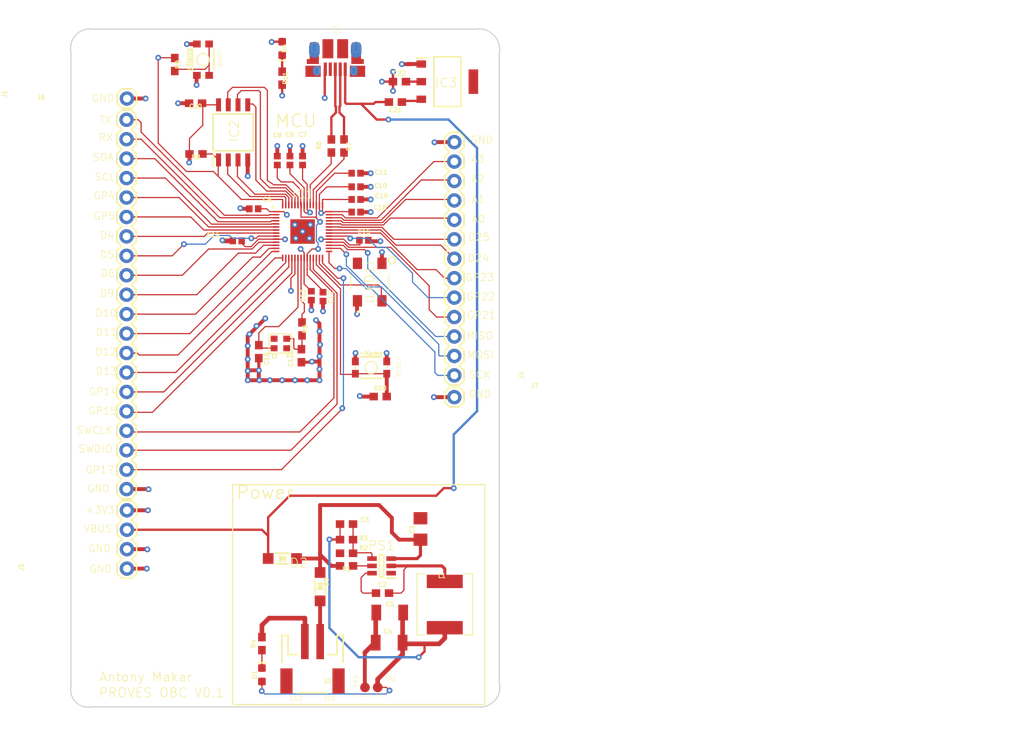
<source format=kicad_pcb>
(kicad_pcb (version 20171130) (host pcbnew "(5.1.9)-1")
  (layers (0 Top signal) (1 Route2 signal) (2 Route15 signal) (31 Bottom signal) (34 B.Paste user) (35 F.Paste user) (36 B.SilkS user) (37 F.SilkS user) (38 B.Mask user) (39 F.Mask user) (44 Edge.Cuts user))
  (net 0 "")
  (net 1 VCC)
  (net 2 GND)
  (net 3 +3V3)
  (net 4 /QSPI_SSN)
  (net 5 /QSPI_SD1)
  (net 6 /QSPI_SD2)
  (net 7 /QSPI_SD0)
  (net 8 /QSPI_SCLK)
  (net 9 /QSPI_SD3)
  (net 10 /+1V1)
  (net 11 "Net-(IC1-Pad47)")
  (net 12 "Net-(IC1-Pad46)")
  (net 13 /A3)
  (net 14 /A2)
  (net 15 /A1)
  (net 16 /A0)
  (net 17 /D25)
  (net 18 /D24)
  (net 19 /GPIO23)
  (net 20 /GPIO22)
  (net 21 /GPIO21)
  (net 22 /MISO)
  (net 23 /MOSI)
  (net 24 /SCK)
  (net 25 /GPIO17)
  (net 26 /DIN)
  (net 27 /RUN)
  (net 28 /SWDIO)
  (net 29 /SWCLK)
  (net 30 /XOUT)
  (net 31 /XIN)
  (net 32 /GPIO15)
  (net 33 /GPIO14)
  (net 34 /D13)
  (net 35 /D12)
  (net 36 /D11)
  (net 37 /D10)
  (net 38 /D9)
  (net 39 /D6)
  (net 40 /D5)
  (net 41 /D4)
  (net 42 /GPIO5)
  (net 43 /GPIO4)
  (net 44 /SCL)
  (net 45 /SDA)
  (net 46 /RX)
  (net 47 /TX)
  (net 48 /BOOT)
  (net 49 /EN)
  (net 50 /FB)
  (net 51 /VIN)
  (net 52 /SW)
  (net 53 /DOUT)
  (net 54 /+3V)
  (net 55 "Net-(D1-PadC)")
  (net 56 "Net-(C17-Pad2)")
  (net 57 /USB_P)
  (net 58 /USB_N)
  (net 59 /USB_BOOT)
  (net 60 /VBUS)
  (net 61 "Net-(J3-PadSHIELD)")
  (net 62 "Net-(J3-PadID)")
  (net 63 "Net-(IC3-Pad4)")
  (net 64 "Net-(C21-Pad2)")
  (net 65 "Net-(C22-Pad2)")
  (net 66 "Net-(D4-PadC)")
  (module RP2040_Main:QFN40P700X700X90-57N (layer Top) (at 150.773535 87.168567)
    (fp_text reference IC1 (at 0.0762 -4.9022) (layer F.SilkS) (effects (font (size 1.2065 1.2065) (thickness 0.09652))))
    (fp_text value RP2040)
    (pad 57 smd rect (at 0 0 90) (size 3.2 3.2) (layers Top F.Paste F.Mask) (net 2 GND))
    (pad 56 smd rect (at -2.6 -3.45 90) (size 0.85 0.2) (layers Top F.Paste F.Mask) (net 4 /QSPI_SSN))
    (pad 55 smd rect (at -2.2 -3.45 90) (size 0.85 0.2) (layers Top F.Paste F.Mask) (net 5 /QSPI_SD1))
    (pad 54 smd rect (at -1.8 -3.45 90) (size 0.85 0.2) (layers Top F.Paste F.Mask) (net 6 /QSPI_SD2))
    (pad 53 smd rect (at -1.4 -3.45 90) (size 0.85 0.2) (layers Top F.Paste F.Mask) (net 7 /QSPI_SD0))
    (pad 52 smd rect (at -1 -3.45 90) (size 0.85 0.2) (layers Top F.Paste F.Mask) (net 8 /QSPI_SCLK))
    (pad 51 smd rect (at -0.6 -3.45 90) (size 0.85 0.2) (layers Top F.Paste F.Mask) (net 9 /QSPI_SD3))
    (pad 50 smd rect (at -0.2 -3.45 90) (size 0.85 0.2) (layers Top F.Paste F.Mask) (net 10 /+1V1))
    (pad 49 smd rect (at 0.2 -3.45 90) (size 0.85 0.2) (layers Top F.Paste F.Mask) (net 3 +3V3))
    (pad 48 smd rect (at 0.6 -3.45 90) (size 0.85 0.2) (layers Top F.Paste F.Mask) (net 3 +3V3))
    (pad 47 smd rect (at 1 -3.45 90) (size 0.85 0.2) (layers Top F.Paste F.Mask) (net 11 "Net-(IC1-Pad47)"))
    (pad 46 smd rect (at 1.4 -3.45 90) (size 0.85 0.2) (layers Top F.Paste F.Mask) (net 12 "Net-(IC1-Pad46)"))
    (pad 45 smd rect (at 1.8 -3.45 90) (size 0.85 0.2) (layers Top F.Paste F.Mask) (net 10 /+1V1))
    (pad 44 smd rect (at 2.2 -3.45 90) (size 0.85 0.2) (layers Top F.Paste F.Mask) (net 3 +3V3))
    (pad 43 smd rect (at 2.6 -3.45 90) (size 0.85 0.2) (layers Top F.Paste F.Mask) (net 3 +3V3))
    (pad 42 smd rect (at 3.45 -2.6) (size 0.85 0.2) (layers Top F.Paste F.Mask) (net 3 +3V3))
    (pad 41 smd rect (at 3.45 -2.2) (size 0.85 0.2) (layers Top F.Paste F.Mask) (net 13 /A3))
    (pad 40 smd rect (at 3.45 -1.8) (size 0.85 0.2) (layers Top F.Paste F.Mask) (net 14 /A2))
    (pad 39 smd rect (at 3.45 -1.4) (size 0.85 0.2) (layers Top F.Paste F.Mask) (net 15 /A1))
    (pad 38 smd rect (at 3.45 -1) (size 0.85 0.2) (layers Top F.Paste F.Mask) (net 16 /A0))
    (pad 37 smd rect (at 3.45 -0.6) (size 0.85 0.2) (layers Top F.Paste F.Mask) (net 17 /D25))
    (pad 36 smd rect (at 3.45 -0.2) (size 0.85 0.2) (layers Top F.Paste F.Mask) (net 18 /D24))
    (pad 35 smd rect (at 3.45 0.2) (size 0.85 0.2) (layers Top F.Paste F.Mask) (net 19 /GPIO23))
    (pad 34 smd rect (at 3.45 0.6) (size 0.85 0.2) (layers Top F.Paste F.Mask) (net 20 /GPIO22))
    (pad 33 smd rect (at 3.45 1) (size 0.85 0.2) (layers Top F.Paste F.Mask) (net 3 +3V3))
    (pad 32 smd rect (at 3.45 1.4) (size 0.85 0.2) (layers Top F.Paste F.Mask) (net 21 /GPIO21))
    (pad 31 smd rect (at 3.45 1.8) (size 0.85 0.2) (layers Top F.Paste F.Mask) (net 22 /MISO))
    (pad 30 smd rect (at 3.45 2.2) (size 0.85 0.2) (layers Top F.Paste F.Mask) (net 23 /MOSI))
    (pad 29 smd rect (at 3.45 2.6) (size 0.85 0.2) (layers Top F.Paste F.Mask) (net 24 /SCK))
    (pad 28 smd rect (at 2.6 3.45 90) (size 0.85 0.2) (layers Top F.Paste F.Mask) (net 25 /GPIO17))
    (pad 27 smd rect (at 2.2 3.45 90) (size 0.85 0.2) (layers Top F.Paste F.Mask) (net 26 /DIN))
    (pad 26 smd rect (at 1.8 3.45 90) (size 0.85 0.2) (layers Top F.Paste F.Mask) (net 27 /RUN))
    (pad 25 smd rect (at 1.4 3.45 90) (size 0.85 0.2) (layers Top F.Paste F.Mask) (net 28 /SWDIO))
    (pad 24 smd rect (at 1 3.45 90) (size 0.85 0.2) (layers Top F.Paste F.Mask) (net 29 /SWCLK))
    (pad 23 smd rect (at 0.6 3.45 90) (size 0.85 0.2) (layers Top F.Paste F.Mask) (net 10 /+1V1))
    (pad 22 smd rect (at 0.2 3.45 90) (size 0.85 0.2) (layers Top F.Paste F.Mask) (net 3 +3V3))
    (pad 21 smd rect (at -0.2 3.45 90) (size 0.85 0.2) (layers Top F.Paste F.Mask) (net 30 /XOUT))
    (pad 20 smd rect (at -0.6 3.45 90) (size 0.85 0.2) (layers Top F.Paste F.Mask) (net 31 /XIN))
    (pad 19 smd rect (at -1 3.45 90) (size 0.85 0.2) (layers Top F.Paste F.Mask) (net 2 GND))
    (pad 18 smd rect (at -1.4 3.45 90) (size 0.85 0.2) (layers Top F.Paste F.Mask) (net 32 /GPIO15))
    (pad 17 smd rect (at -1.8 3.45 90) (size 0.85 0.2) (layers Top F.Paste F.Mask) (net 33 /GPIO14))
    (pad 16 smd rect (at -2.2 3.45 90) (size 0.85 0.2) (layers Top F.Paste F.Mask) (net 34 /D13))
    (pad 15 smd rect (at -2.6 3.45 90) (size 0.85 0.2) (layers Top F.Paste F.Mask) (net 35 /D12))
    (pad 14 smd rect (at -3.45 2.6) (size 0.85 0.2) (layers Top F.Paste F.Mask) (net 36 /D11))
    (pad 13 smd rect (at -3.45 2.2) (size 0.85 0.2) (layers Top F.Paste F.Mask) (net 37 /D10))
    (pad 12 smd rect (at -3.45 1.8) (size 0.85 0.2) (layers Top F.Paste F.Mask) (net 38 /D9))
    (pad 11 smd rect (at -3.45 1.4) (size 0.85 0.2) (layers Top F.Paste F.Mask) (net 39 /D6))
    (pad 10 smd rect (at -3.45 1) (size 0.85 0.2) (layers Top F.Paste F.Mask) (net 3 +3V3))
    (pad 9 smd rect (at -3.45 0.6) (size 0.85 0.2) (layers Top F.Paste F.Mask) (net 40 /D5))
    (pad 8 smd rect (at -3.45 0.2) (size 0.85 0.2) (layers Top F.Paste F.Mask) (net 41 /D4))
    (pad 7 smd rect (at -3.45 -0.2) (size 0.85 0.2) (layers Top F.Paste F.Mask) (net 42 /GPIO5))
    (pad 6 smd rect (at -3.45 -0.6) (size 0.85 0.2) (layers Top F.Paste F.Mask) (net 43 /GPIO4))
    (pad 5 smd rect (at -3.45 -1) (size 0.85 0.2) (layers Top F.Paste F.Mask) (net 44 /SCL))
    (pad 4 smd rect (at -3.45 -1.4) (size 0.85 0.2) (layers Top F.Paste F.Mask) (net 45 /SDA))
    (pad 3 smd rect (at -3.45 -1.8) (size 0.85 0.2) (layers Top F.Paste F.Mask) (net 46 /RX))
    (pad 2 smd rect (at -3.45 -2.2) (size 0.85 0.2) (layers Top F.Paste F.Mask) (net 47 /TX))
    (pad 1 smd rect (at -3.45 -2.6) (size 0.85 0.2) (layers Top F.Paste F.Mask) (net 3 +3V3))
  )
  (module RP2040_Main:SOT95P280X110-6N (layer Top) (at 161.085935 130.856567 180)
    (fp_text reference PS1 (at 0 2.667) (layer F.SilkS) (effects (font (size 1.2065 1.2065) (thickness 0.09652))))
    (fp_text value TPS54202DDCR)
    (pad 6 smd rect (at 1.25 -0.95 180) (size 1.25 0.6) (layers Top F.Paste F.Mask) (net 48 /BOOT))
    (pad 5 smd rect (at 1.25 0 180) (size 1.25 0.6) (layers Top F.Paste F.Mask) (net 49 /EN))
    (pad 4 smd rect (at 1.25 0.95 180) (size 1.25 0.6) (layers Top F.Paste F.Mask) (net 50 /FB))
    (pad 3 smd rect (at -1.25 0.95 180) (size 1.25 0.6) (layers Top F.Paste F.Mask) (net 51 /VIN))
    (pad 2 smd rect (at -1.25 0 180) (size 1.25 0.6) (layers Top F.Paste F.Mask) (net 52 /SW))
    (pad 1 smd rect (at -1.25 -0.95 180) (size 1.25 0.6) (layers Top F.Paste F.Mask) (net 2 GND))
  )
  (module RP2040_Main:ILPHK501RGBWSK68120501 (layer Top) (at 159.536535 93.772567 90)
    (fp_text reference LED1 (at -0.019 0 90) (layer F.SilkS) (effects (font (size 1.2065 1.2065) (thickness 0.09652))))
    (fp_text value ILPH-K501-RGBW-SK6812-05-01)
    (pad 4 smd rect (at -2.45 1.6 90) (size 1.5 1.2) (layers Top F.Paste F.Mask) (net 26 /DIN))
    (pad 3 smd rect (at 2.45 1.6 90) (size 1.5 1.2) (layers Top F.Paste F.Mask) (net 2 GND))
    (pad 2 smd rect (at 2.45 -1.6 90) (size 1.5 1.2) (layers Top F.Paste F.Mask) (net 53 /DOUT))
    (pad 1 smd rect (at -2.45 -1.6 90) (size 1.5 1.2) (layers Top F.Paste F.Mask) (net 3 +3V3))
  )
  (module RP2040_Main:0603 (layer Top) (at 156.513935 130.856567 180)
    (fp_text reference R1 (at 0 -0.762) (layer F.SilkS) (effects (font (size 0.57912 0.57912) (thickness 0.115824)) (justify bottom)))
    (fp_text value 100k)
    (pad 2 smd rect (at 0.85 0 180) (size 1.1 1) (layers Top F.Paste F.Mask) (net 51 /VIN))
    (pad 1 smd rect (at -0.85 0 180) (size 1.1 1) (layers Top F.Paste F.Mask) (net 49 /EN))
  )
  (module RP2040_Main:1206 (layer Top) (at 166.165935 126.030567 90)
    (fp_text reference C1 (at 0 -0.762 90) (layer F.SilkS) (effects (font (size 0.57912 0.57912) (thickness 0.115824)) (justify bottom)))
    (fp_text value 10uF)
    (pad 2 smd rect (at 1.4 0 90) (size 1.6 1.8) (layers Top F.Paste F.Mask) (net 2 GND))
    (pad 1 smd rect (at -1.4 0 90) (size 1.6 1.8) (layers Top F.Paste F.Mask) (net 51 /VIN))
  )
  (module RP2040_Main:0603 (layer Top) (at 161.212935 134.412567)
    (fp_text reference C2 (at 0 -0.762) (layer F.SilkS) (effects (font (size 0.57912 0.57912) (thickness 0.115824)) (justify bottom)))
    (fp_text value 100nF)
    (pad 2 smd rect (at 0.85 0) (size 1.1 1) (layers Top F.Paste F.Mask) (net 52 /SW))
    (pad 1 smd rect (at -0.85 0) (size 1.1 1) (layers Top F.Paste F.Mask) (net 48 /BOOT))
  )
  (module RP2040_Main:CR75 (layer Top) (at 169.340935 135.911167 270)
    (fp_text reference L1 (at -3.436 0.381) (layer F.SilkS) (effects (font (size 0.57912 0.57912) (thickness 0.115824)) (justify bottom)))
    (fp_text value 68µH/±20%/1.05A hide)
    (pad P$2 smd rect (at 3.025 0) (size 4.7 1.75) (layers Top F.Paste F.Mask) (net 54 /+3V))
    (pad P$1 smd rect (at -3.025 0) (size 4.7 1.75) (layers Top F.Paste F.Mask) (net 52 /SW))
  )
  (module RP2040_Main:0603 (layer Top) (at 156.513935 129.205567)
    (fp_text reference R2 (at 2.2352 -0.3556) (layer F.SilkS) (effects (font (size 0.57912 0.57912) (thickness 0.115824)) (justify bottom)))
    (fp_text value 22k)
    (pad 2 smd rect (at 0.85 0) (size 1.1 1) (layers Top F.Paste F.Mask) (net 50 /FB))
    (pad 1 smd rect (at -0.85 0) (size 1.1 1) (layers Top F.Paste F.Mask) (net 2 GND))
  )
  (module RP2040_Main:0603 (layer Top) (at 156.513935 127.427567)
    (fp_text reference R3 (at 2.2098 0.1524) (layer F.SilkS) (effects (font (size 0.57912 0.57912) (thickness 0.115824)) (justify bottom)))
    (fp_text value 100k)
    (pad 2 smd rect (at 0.85 0) (size 1.1 1) (layers Top F.Paste F.Mask) (net 50 /FB))
    (pad 1 smd rect (at -0.85 0) (size 1.1 1) (layers Top F.Paste F.Mask) (net 54 /+3V))
  )
  (module RP2040_Main:0603 (layer Top) (at 156.513935 125.395567 180)
    (fp_text reference C3 (at -2.3622 0.2286) (layer F.SilkS) (effects (font (size 0.57912 0.57912) (thickness 0.115824)) (justify bottom)))
    (fp_text value 56pF)
    (pad 2 smd rect (at 0.85 0 180) (size 1.1 1) (layers Top F.Paste F.Mask) (net 54 /+3V))
    (pad 1 smd rect (at -0.85 0 180) (size 1.1 1) (layers Top F.Paste F.Mask) (net 50 /FB))
  )
  (module RP2040_Main:1210 (layer Top) (at 162.076535 140.889567)
    (fp_text reference C4 (at -0.127 -1.143) (layer F.SilkS) (effects (font (size 0.57912 0.57912) (thickness 0.115824)) (justify bottom)))
    (fp_text value 22uF)
    (pad 2 smd rect (at 1.755 0) (size 1.27 2.06) (layers Top F.Paste F.Mask) (net 54 /+3V))
    (pad 1 smd rect (at -1.755 0) (size 1.27 2.06) (layers Top F.Paste F.Mask) (net 2 GND))
  )
  (module RP2040_Main:1210 (layer Top) (at 162.152735 136.952567)
    (fp_text reference C5 (at 0 -0.762) (layer F.SilkS) (effects (font (size 0.57912 0.57912) (thickness 0.115824)) (justify bottom)))
    (fp_text value 22uF)
    (pad 2 smd rect (at 1.755 0) (size 1.27 2.06) (layers Top F.Paste F.Mask) (net 54 /+3V))
    (pad 1 smd rect (at -1.755 0) (size 1.27 2.06) (layers Top F.Paste F.Mask) (net 2 GND))
  )
  (module RP2040_Main:LED-0603 (layer Top) (at 145.464935 145.080567 90)
    (fp_text reference D1 (at 0 -0.635 90) (layer F.SilkS) (effects (font (size 0.57912 0.57912) (thickness 0.115824)) (justify bottom)))
    (fp_text value Green)
    (pad A smd roundrect (at -0.877 0) (size 1 1) (layers Top F.Paste F.Mask) (roundrect_rratio 0.15) (net 54 /+3V))
    (pad C smd roundrect (at 0.877 0) (size 1 1) (layers Top F.Paste F.Mask) (roundrect_rratio 0.15) (net 55 "Net-(D1-PadC)"))
  )
  (module RP2040_Main:0603 (layer Top) (at 145.464935 141.016567 90)
    (fp_text reference R4 (at 0 -0.762 90) (layer F.SilkS) (effects (font (size 0.57912 0.57912) (thickness 0.115824)) (justify bottom)))
    (fp_text value 1k)
    (pad 2 smd rect (at 0.85 0 90) (size 1.1 1) (layers Top F.Paste F.Mask) (net 2 GND))
    (pad 1 smd rect (at -0.85 0 90) (size 1.1 1) (layers Top F.Paste F.Mask) (net 55 "Net-(D1-PadC)"))
  )
  (module RP2040_Main:0402 (layer Top) (at 149.122535 77.897567 90)
    (fp_text reference C6 (at 3.048 0) (layer F.SilkS) (effects (font (size 0.57912 0.57912) (thickness 0.115824)) (justify bottom)))
    (fp_text value 100nF)
    (pad 2 smd rect (at 0.58 0 90) (size 0.85 0.9) (layers Top F.Paste F.Mask) (net 2 GND))
    (pad 1 smd rect (at -0.58 0 90) (size 0.85 0.9) (layers Top F.Paste F.Mask) (net 3 +3V3))
  )
  (module RP2040_Main:0402 (layer Top) (at 150.773535 77.897567 90)
    (fp_text reference C7 (at 3.048 0.0254) (layer F.SilkS) (effects (font (size 0.57912 0.57912) (thickness 0.115824)) (justify bottom)))
    (fp_text value 100nF)
    (pad 2 smd rect (at 0.58 0 90) (size 0.85 0.9) (layers Top F.Paste F.Mask) (net 2 GND))
    (pad 1 smd rect (at -0.58 0 90) (size 0.85 0.9) (layers Top F.Paste F.Mask) (net 3 +3V3))
  )
  (module RP2040_Main:0402 (layer Top) (at 144.398135 84.196767 180)
    (fp_text reference C9 (at -1.7526 0.8636) (layer F.SilkS) (effects (font (size 0.57912 0.57912) (thickness 0.115824)) (justify bottom)))
    (fp_text value 100nF)
    (pad 2 smd rect (at 0.58 0 180) (size 0.85 0.9) (layers Top F.Paste F.Mask) (net 2 GND))
    (pad 1 smd rect (at -0.58 0 180) (size 0.85 0.9) (layers Top F.Paste F.Mask) (net 3 +3V3))
  )
  (module RP2040_Main:0402 (layer Top) (at 157.758535 81.326567)
    (fp_text reference C10 (at 3.2004 0.2032) (layer F.SilkS) (effects (font (size 0.57912 0.57912) (thickness 0.115824)) (justify bottom)))
    (fp_text value 1uF)
    (pad 2 smd rect (at 0.58 0) (size 0.85 0.9) (layers Top F.Paste F.Mask) (net 2 GND))
    (pad 1 smd rect (at -0.58 0) (size 0.85 0.9) (layers Top F.Paste F.Mask) (net 3 +3V3))
  )
  (module RP2040_Main:0402 (layer Top) (at 147.471535 77.897567 90)
    (fp_text reference C8 (at 2.9718 0) (layer F.SilkS) (effects (font (size 0.57912 0.57912) (thickness 0.115824)) (justify bottom)))
    (fp_text value 100nF)
    (pad 2 smd rect (at 0.58 0 90) (size 0.85 0.9) (layers Top F.Paste F.Mask) (net 2 GND))
    (pad 1 smd rect (at -0.58 0 90) (size 0.85 0.9) (layers Top F.Paste F.Mask) (net 10 /+1V1))
  )
  (module RP2040_Main:0402 (layer Top) (at 153.440535 95.677567 90)
    (fp_text reference C12 (at -0.0762 1.3716 90) (layer F.SilkS) (effects (font (size 0.57912 0.57912) (thickness 0.115824)) (justify bottom)))
    (fp_text value 100nF)
    (pad 2 smd rect (at 0.58 0 90) (size 0.85 0.9) (layers Top F.Paste F.Mask) (net 10 /+1V1))
    (pad 1 smd rect (at -0.58 0 90) (size 0.85 0.9) (layers Top F.Paste F.Mask) (net 2 GND))
  )
  (module RP2040_Main:0402 (layer Top) (at 151.916535 95.550567 90)
    (fp_text reference C13 (at 0 -0.762 90) (layer F.SilkS) (effects (font (size 0.57912 0.57912) (thickness 0.115824)) (justify bottom)))
    (fp_text value 100nF)
    (pad 2 smd rect (at 0.58 0 90) (size 0.85 0.9) (layers Top F.Paste F.Mask) (net 3 +3V3))
    (pad 1 smd rect (at -0.58 0 90) (size 0.85 0.9) (layers Top F.Paste F.Mask) (net 2 GND))
  )
  (module RP2040_Main:0402 (layer Top) (at 157.758535 79.548567)
    (fp_text reference C11 (at 3.2766 0.2286) (layer F.SilkS) (effects (font (size 0.57912 0.57912) (thickness 0.115824)) (justify bottom)))
    (fp_text value 1uF)
    (pad 2 smd rect (at 0.58 0) (size 0.85 0.9) (layers Top F.Paste F.Mask) (net 2 GND))
    (pad 1 smd rect (at -0.58 0) (size 0.85 0.9) (layers Top F.Paste F.Mask) (net 10 /+1V1))
  )
  (module RP2040_Main:0402 (layer Top) (at 142.239135 88.387767 180)
    (fp_text reference C14 (at 3.1242 0.4572) (layer F.SilkS) (effects (font (size 0.57912 0.57912) (thickness 0.115824)) (justify bottom)))
    (fp_text value 100nF)
    (pad 2 smd rect (at 0.58 0 180) (size 0.85 0.9) (layers Top F.Paste F.Mask) (net 2 GND))
    (pad 1 smd rect (at -0.58 0 180) (size 0.85 0.9) (layers Top F.Paste F.Mask) (net 3 +3V3))
  )
  (module RP2040_Main:0402 (layer Top) (at 158.774535 88.311567)
    (fp_text reference C15 (at 0 -0.762) (layer F.SilkS) (effects (font (size 0.57912 0.57912) (thickness 0.115824)) (justify bottom)))
    (fp_text value 100nF)
    (pad 2 smd rect (at 0.58 0) (size 0.85 0.9) (layers Top F.Paste F.Mask) (net 2 GND))
    (pad 1 smd rect (at -0.58 0) (size 0.85 0.9) (layers Top F.Paste F.Mask) (net 3 +3V3))
  )
  (module RP2040_Main:0402 (layer Top) (at 157.758535 84.628567 180)
    (fp_text reference C18 (at -3.1496 0.254) (layer F.SilkS) (effects (font (size 0.57912 0.57912) (thickness 0.115824)) (justify bottom)))
    (fp_text value 100nF)
    (pad 2 smd rect (at 0.58 0 180) (size 0.85 0.9) (layers Top F.Paste F.Mask) (net 3 +3V3))
    (pad 1 smd rect (at -0.58 0 180) (size 0.85 0.9) (layers Top F.Paste F.Mask) (net 2 GND))
  )
  (module RP2040_Main:0402 (layer Top) (at 157.758535 82.977567 180)
    (fp_text reference C19 (at -3.302 0.127) (layer F.SilkS) (effects (font (size 0.57912 0.57912) (thickness 0.115824)) (justify bottom)))
    (fp_text value 100nF)
    (pad 2 smd rect (at 0.58 0 180) (size 0.85 0.9) (layers Top F.Paste F.Mask) (net 3 +3V3))
    (pad 1 smd rect (at -0.58 0 180) (size 0.85 0.9) (layers Top F.Paste F.Mask) (net 2 GND))
  )
  (module RP2040_Main:0603 (layer Top) (at 150.697335 99.893967 270)
    (fp_text reference R5 (at 0 -0.762 90) (layer F.SilkS) (effects (font (size 0.57912 0.57912) (thickness 0.115824)) (justify bottom)))
    (fp_text value 1k)
    (pad 2 smd rect (at 0.85 0 270) (size 1.1 1) (layers Top F.Paste F.Mask) (net 56 "Net-(C17-Pad2)"))
    (pad 1 smd rect (at -0.85 0 270) (size 1.1 1) (layers Top F.Paste F.Mask) (net 30 /XOUT))
  )
  (module RP2040_Main:0603 (layer Top) (at 136.803535 70.404567 180)
    (fp_text reference C20 (at 0 -0.762) (layer F.SilkS) (effects (font (size 0.57912 0.57912) (thickness 0.115824)) (justify bottom)))
    (fp_text value 100nF)
    (pad 2 smd rect (at 0.85 0 180) (size 1.1 1) (layers Top F.Paste F.Mask) (net 2 GND))
    (pad 1 smd rect (at -0.85 0 180) (size 1.1 1) (layers Top F.Paste F.Mask) (net 3 +3V3))
  )
  (module RP2040_Main:0603 (layer Top) (at 154.532735 75.992567 270)
    (fp_text reference R6 (at -0.0762 1.2954 90) (layer F.SilkS) (effects (font (size 0.57912 0.57912) (thickness 0.115824)) (justify bottom)))
    (fp_text value 27)
    (pad 2 smd rect (at 0.85 0 270) (size 1.1 1) (layers Top F.Paste F.Mask) (net 11 "Net-(IC1-Pad47)"))
    (pad 1 smd rect (at -0.85 0 270) (size 1.1 1) (layers Top F.Paste F.Mask) (net 57 /USB_P))
  )
  (module RP2040_Main:0603 (layer Top) (at 156.183735 75.992567 270)
    (fp_text reference R7 (at 0.0762 -0.9906 90) (layer F.SilkS) (effects (font (size 0.57912 0.57912) (thickness 0.115824)) (justify bottom)))
    (fp_text value 27)
    (pad 2 smd rect (at 0.85 0 270) (size 1.1 1) (layers Top F.Paste F.Mask) (net 12 "Net-(IC1-Pad46)"))
    (pad 1 smd rect (at -0.85 0 270) (size 1.1 1) (layers Top F.Paste F.Mask) (net 58 /USB_N))
  )
  (module RP2040_Main:JST-2-SMD (layer Top) (at 152.068935 144.445567 180)
    (fp_text reference J2 (at -1.397 -1.778) (layer F.SilkS) (effects (font (size 0.57912 0.57912) (thickness 0.115824)) (justify left bottom)))
    (fp_text value CONN_02-JST-2MM-SMT)
    (pad NC2 smd rect (at 3.4 -1.5 270) (size 3.4 1.6) (layers Top F.Paste F.Mask))
    (pad NC1 smd rect (at -3.4 -1.5 270) (size 3.4 1.6) (layers Top F.Paste F.Mask))
    (pad 2 smd rect (at 1 3.7 180) (size 1 4.6) (layers Top F.Paste F.Mask) (net 2 GND))
    (pad 1 smd rect (at -1 3.7 180) (size 1 4.6) (layers Top F.Paste F.Mask) (net 1 VCC))
  )
  (module RP2040_Main:0603 (layer Top) (at 136.854335 77.033967 180)
    (fp_text reference R8 (at 0 -0.762) (layer F.SilkS) (effects (font (size 0.57912 0.57912) (thickness 0.115824)) (justify bottom)))
    (fp_text value DNP)
    (pad 2 smd rect (at 0.85 0 180) (size 1.1 1) (layers Top F.Paste F.Mask) (net 3 +3V3))
    (pad 1 smd rect (at -0.85 0 180) (size 1.1 1) (layers Top F.Paste F.Mask) (net 4 /QSPI_SSN))
  )
  (module RP2040_Main:TACTILE_SWITCH_SMD_4.6X2.8MM (layer Top) (at 137.768735 64.714967 90)
    (fp_text reference S1 hide)
    (fp_text value MOMENTARY-SWITCH-SPST-SMD-4.6X2.8MM hide)
    (fp_text user >Name (at 0 -1.524 90) (layer F.SilkS) (effects (font (size 0.57912 0.57912) (thickness 0.12192)) (justify bottom)))
    (pad 4 smd rect (at -2.05 -0.8 90) (size 0.9 1) (layers Top F.Paste F.Mask) (net 2 GND))
    (pad 1 smd rect (at -2.05 0.8 90) (size 0.9 1) (layers Top F.Paste F.Mask) (net 59 /USB_BOOT))
    (pad 2 smd rect (at 2.05 0.8 90) (size 0.9 1) (layers Top F.Paste F.Mask) (net 59 /USB_BOOT))
    (pad 3 smd rect (at 2.05 -0.8 90) (size 0.9 1) (layers Top F.Paste F.Mask) (net 2 GND))
  )
  (module RP2040_Main:TACTILE_SWITCH_SMD_4.6X2.8MM (layer Top) (at 159.714335 104.948567)
    (fp_text reference S2 hide)
    (fp_text value MOMENTARY-SWITCH-SPST-SMD-4.6X2.8MM hide)
    (fp_text user >Name (at 0 -1.524) (layer F.SilkS) (effects (font (size 0.57912 0.57912) (thickness 0.12192)) (justify bottom)))
    (pad 4 smd rect (at -2.05 -0.8) (size 0.9 1) (layers Top F.Paste F.Mask) (net 2 GND))
    (pad 1 smd rect (at -2.05 0.8) (size 0.9 1) (layers Top F.Paste F.Mask) (net 27 /RUN))
    (pad 2 smd rect (at 2.05 0.8) (size 0.9 1) (layers Top F.Paste F.Mask) (net 27 /RUN))
    (pad 3 smd rect (at 2.05 -0.8) (size 0.9 1) (layers Top F.Paste F.Mask) (net 2 GND))
  )
  (module RP2040_Main:USB-MICROB-PTH-MILL (layer Top) (at 155.040735 65.959567 180)
    (fp_text reference J3 (at -0.889 4.7244) (layer F.SilkS) (effects (font (size 0.7239 0.7239) (thickness 0.057912)) (justify left bottom mirror)))
    (fp_text value "USB Type Micro-B Connector" hide)
    (fp_line (start -3.08 3.125) (end -3.08 2.525) (layer Edge.Cuts) (width 0.02))
    (fp_arc (start -2.741303 3.084021) (end -2.73 3.425) (angle 85) (layer Edge.Cuts) (width 0.02))
    (fp_arc (start -2.718696 3.084021) (end -2.38 3.125) (angle 85) (layer Edge.Cuts) (width 0.02))
    (fp_line (start -2.38 2.525) (end -2.38 3.125) (layer Edge.Cuts) (width 0.02))
    (fp_arc (start -2.718696 2.565978) (end -2.73 2.225) (angle 85) (layer Edge.Cuts) (width 0.02))
    (fp_arc (start -2.741303 2.565978) (end -3.08 2.525) (angle 85) (layer Edge.Cuts) (width 0.02))
    (fp_line (start -2.755 -0.005) (end -2.755 -0.405) (layer Edge.Cuts) (width 0.02))
    (fp_arc (start -2.415577 -0.019712) (end -2.42 0.32) (angle 86.772089) (layer Edge.Cuts) (width 0.02))
    (fp_arc (start -2.403662 0.02068) (end -2.105 -0.005) (angle 98.038753) (layer Edge.Cuts) (width 0.02))
    (fp_line (start -2.105 -0.405) (end -2.105 -0.005) (layer Edge.Cuts) (width 0.02))
    (fp_arc (start -2.43 -0.405) (end -2.43 -0.73) (angle 90) (layer Edge.Cuts) (width 0.02))
    (fp_arc (start -2.435078 -0.410078) (end -2.755 -0.405) (angle 91.818761) (layer Edge.Cuts) (width 0.02))
    (fp_line (start 2.105 -0.005) (end 2.105 -0.405) (layer Edge.Cuts) (width 0.02))
    (fp_arc (start 2.444422 -0.019712) (end 2.44 0.32) (angle 86.772089) (layer Edge.Cuts) (width 0.02))
    (fp_arc (start 2.456337 0.02068) (end 2.755 -0.005) (angle 98.038753) (layer Edge.Cuts) (width 0.02))
    (fp_line (start 2.755 -0.405) (end 2.755 -0.005) (layer Edge.Cuts) (width 0.02))
    (fp_arc (start 2.43 -0.405) (end 2.43 -0.73) (angle 90) (layer Edge.Cuts) (width 0.02))
    (fp_arc (start 2.424921 -0.410078) (end 2.105 -0.405) (angle 91.818761) (layer Edge.Cuts) (width 0.02))
    (fp_line (start 2.38 3.125) (end 2.38 2.525) (layer Edge.Cuts) (width 0.02))
    (fp_arc (start 2.718696 3.084021) (end 2.73 3.425) (angle 85) (layer Edge.Cuts) (width 0.02))
    (fp_arc (start 2.741303 3.084021) (end 3.08 3.125) (angle 85) (layer Edge.Cuts) (width 0.02))
    (fp_line (start 3.08 2.525) (end 3.08 3.125) (layer Edge.Cuts) (width 0.02))
    (fp_arc (start 2.741303 2.565978) (end 2.73 2.225) (angle 85) (layer Edge.Cuts) (width 0.02))
    (fp_arc (start 2.718696 2.565978) (end 2.38 2.525) (angle 85) (layer Edge.Cuts) (width 0.02))
    (fp_poly (pts (xy 3.718 0.685) (xy 3.718 1.32) (xy 3.34 1.32) (xy 3.34 3.405) (xy 3.2 3.525) (xy 2.335 3.5) (xy 2.234719 3.471254) (xy 2.137 3.295) (xy 2.137 0.685)) (layer Top) (width 0))
    (fp_poly (pts (xy -3.725 0.685) (xy -3.73 1.325) (xy -3.355 1.325) (xy -3.35 3.215) (xy -3.30231 3.344753) (xy -3.208597 3.446378) (xy -2.945 3.51) (xy -2.345 3.51) (xy -2.215179 3.464497) (xy -2.125503 3.360179) (xy -2.1 3.225) (xy -2.095 0.685)) (layer Top) (width 0))
    (pad VBUS smd rect (at -1.3 0 270) (size 1.75 0.4) (layers Top F.Mask) (net 60 /VBUS))
    (pad SHIELD10 smd roundrect (at 2.43 -0.195 270) (size 1.3 1) (layers Bottom B.Mask) (roundrect_rratio 0.5) (net 61 "Net-(J3-PadSHIELD)"))
    (pad SHIELD9 smd roundrect (at -2.43 -0.195 270) (size 1.3 1) (layers Bottom B.Mask) (roundrect_rratio 0.5) (net 61 "Net-(J3-PadSHIELD)"))
    (pad SHIELD8 smd roundrect (at -2.731418 2.730918 270) (size 1.5 1.1) (layers Top F.Mask) (roundrect_rratio 0.5) (net 61 "Net-(J3-PadSHIELD)"))
    (pad SHIELD6 smd roundrect (at 2.7 2.575 270) (size 1 1) (layers Top F.Mask) (roundrect_rratio 0.5) (net 61 "Net-(J3-PadSHIELD)"))
    (pad SHIELD5 smd roundrect (at -2.731418 2.530918 270) (size 2.1 1.4) (layers Bottom B.Mask) (roundrect_rratio 0.5) (net 61 "Net-(J3-PadSHIELD)"))
    (pad SHIELD4 smd rect (at 0.9625 2.675 270) (size 2.5 1.425) (layers Top F.Paste F.Mask) (net 61 "Net-(J3-PadSHIELD)"))
    (pad SHIELD3 smd rect (at -0.9625 2.675 270) (size 2.5 1.425) (layers Top F.Paste F.Mask) (net 61 "Net-(J3-PadSHIELD)"))
    (pad SHIELD smd rect (at -2.9 -0.275 270) (size 1.46 2) (layers Top F.Paste F.Mask) (net 61 "Net-(J3-PadSHIELD)"))
    (pad SHIELD2 smd rect (at 2.9 -0.275 270) (size 1.46 2) (layers Top F.Paste F.Mask) (net 61 "Net-(J3-PadSHIELD)"))
    (pad ID smd rect (at 0.65 0 270) (size 1.75 0.4) (layers Top F.Mask) (net 62 "Net-(J3-PadID)"))
    (pad GND smd rect (at 1.3 0 270) (size 1.75 0.4) (layers Top F.Mask) (net 2 GND))
    (pad D- smd rect (at -0.65 0 270) (size 1.75 0.4) (layers Top F.Mask) (net 58 /USB_N))
    (pad D+ smd rect (at 0 0 270) (size 1.75 0.4) (layers Top F.Mask) (net 57 /USB_P))
    (pad SHIELD7 smd roundrect (at 2.728581 2.530918 270) (size 2.1 1.4) (layers Bottom B.Mask) (roundrect_rratio 0.5) (net 61 "Net-(J3-PadSHIELD)"))
  )
  (module RP2040_Main:0603 (layer Top) (at 134.085735 65.349967 270)
    (fp_text reference R9 (at 0 -0.762 90) (layer F.SilkS) (effects (font (size 0.57912 0.57912) (thickness 0.115824)) (justify bottom)))
    (fp_text value 1k)
    (pad 2 smd rect (at 0.85 0 270) (size 1.1 1) (layers Top F.Paste F.Mask) (net 59 /USB_BOOT))
    (pad 1 smd rect (at -0.85 0 270) (size 1.1 1) (layers Top F.Paste F.Mask) (net 4 /QSPI_SSN))
  )
  (module RP2040_Main:B1,27 (layer Top) (at 160.577935 146.731567 270)
    (fp_text reference TP1 (at -0.762 -0.8382) (layer F.SilkS) (effects (font (size 0.57912 0.57912) (thickness 0.057912)) (justify left bottom)))
    (fp_text value TPB1,27)
    (pad TP smd roundrect (at 0 0 270) (size 1.27 1.27) (layers Top F.Mask) (roundrect_rratio 0.5) (net 54 /+3V))
  )
  (module RP2040_Main:B1,27 (layer Top) (at 158.926935 146.731567 270)
    (fp_text reference TP2 (at 0 0.762 90) (layer F.SilkS) (effects (font (size 0.57912 0.57912) (thickness 0.057912)) (justify left bottom)))
    (fp_text value TPB1,27)
    (pad TP smd roundrect (at 0 0 270) (size 1.27 1.27) (layers Top F.Mask) (roundrect_rratio 0.5) (net 2 GND))
  )
  (module RP2040_Main:1X20 (layer Top) (at 127.786535 72.563567 270)
    (fp_text reference J1 (at -2.794 15.5956 90) (layer F.SilkS) (effects (font (size 0.57912 0.57912) (thickness 0.115824)) (justify left bottom)))
    (fp_text value CONN_20)
    (pad 20 thru_hole circle (at 48.26 0) (size 1.8796 1.8796) (drill 1.016) (layers *.Cu *.Mask) (net 2 GND))
    (pad 19 thru_hole circle (at 45.72 0) (size 1.8796 1.8796) (drill 1.016) (layers *.Cu *.Mask) (net 25 /GPIO17))
    (pad 18 thru_hole circle (at 43.18 0) (size 1.8796 1.8796) (drill 1.016) (layers *.Cu *.Mask) (net 28 /SWDIO))
    (pad 17 thru_hole circle (at 40.64 0) (size 1.8796 1.8796) (drill 1.016) (layers *.Cu *.Mask) (net 29 /SWCLK))
    (pad 16 thru_hole circle (at 38.1 0) (size 1.8796 1.8796) (drill 1.016) (layers *.Cu *.Mask) (net 32 /GPIO15))
    (pad 15 thru_hole circle (at 35.56 0) (size 1.8796 1.8796) (drill 1.016) (layers *.Cu *.Mask) (net 33 /GPIO14))
    (pad 14 thru_hole circle (at 33.02 0) (size 1.8796 1.8796) (drill 1.016) (layers *.Cu *.Mask) (net 34 /D13))
    (pad 13 thru_hole circle (at 30.48 0) (size 1.8796 1.8796) (drill 1.016) (layers *.Cu *.Mask) (net 35 /D12))
    (pad 12 thru_hole circle (at 27.94 0) (size 1.8796 1.8796) (drill 1.016) (layers *.Cu *.Mask) (net 36 /D11))
    (pad 11 thru_hole circle (at 25.4 0) (size 1.8796 1.8796) (drill 1.016) (layers *.Cu *.Mask) (net 37 /D10))
    (pad 10 thru_hole circle (at 22.86 0) (size 1.8796 1.8796) (drill 1.016) (layers *.Cu *.Mask) (net 38 /D9))
    (pad 9 thru_hole circle (at 20.32 0) (size 1.8796 1.8796) (drill 1.016) (layers *.Cu *.Mask) (net 39 /D6))
    (pad 8 thru_hole circle (at 17.78 0) (size 1.8796 1.8796) (drill 1.016) (layers *.Cu *.Mask) (net 40 /D5))
    (pad 7 thru_hole circle (at 15.24 0) (size 1.8796 1.8796) (drill 1.016) (layers *.Cu *.Mask) (net 41 /D4))
    (pad 6 thru_hole circle (at 12.7 0) (size 1.8796 1.8796) (drill 1.016) (layers *.Cu *.Mask) (net 42 /GPIO5))
    (pad 5 thru_hole circle (at 10.16 0) (size 1.8796 1.8796) (drill 1.016) (layers *.Cu *.Mask) (net 43 /GPIO4))
    (pad 4 thru_hole circle (at 7.62 0) (size 1.8796 1.8796) (drill 1.016) (layers *.Cu *.Mask) (net 44 /SCL))
    (pad 3 thru_hole circle (at 5.08 0) (size 1.8796 1.8796) (drill 1.016) (layers *.Cu *.Mask) (net 45 /SDA))
    (pad 2 thru_hole circle (at 2.54 0) (size 1.8796 1.8796) (drill 1.016) (layers *.Cu *.Mask) (net 46 /RX))
    (pad 1 thru_hole circle (at 0 0) (size 1.8796 1.8796) (drill 1.016) (layers *.Cu *.Mask) (net 47 /TX))
  )
  (module RP2040_Main:1X13 (layer Top) (at 170.585535 105.964567 90)
    (fp_text reference J4 (at -0.5842 9.1186 90) (layer F.SilkS) (effects (font (size 0.57912 0.57912) (thickness 0.115824)) (justify left bottom)))
    (fp_text value CONN_13)
    (pad 13 thru_hole circle (at 30.48 0 180) (size 1.8796 1.8796) (drill 1.016) (layers *.Cu *.Mask) (net 2 GND))
    (pad 12 thru_hole circle (at 27.94 0 180) (size 1.8796 1.8796) (drill 1.016) (layers *.Cu *.Mask) (net 13 /A3))
    (pad 11 thru_hole circle (at 25.4 0 180) (size 1.8796 1.8796) (drill 1.016) (layers *.Cu *.Mask) (net 14 /A2))
    (pad 10 thru_hole circle (at 22.86 0 180) (size 1.8796 1.8796) (drill 1.016) (layers *.Cu *.Mask) (net 15 /A1))
    (pad 9 thru_hole circle (at 20.32 0 180) (size 1.8796 1.8796) (drill 1.016) (layers *.Cu *.Mask) (net 16 /A0))
    (pad 8 thru_hole circle (at 17.78 0 180) (size 1.8796 1.8796) (drill 1.016) (layers *.Cu *.Mask) (net 17 /D25))
    (pad 7 thru_hole circle (at 15.24 0 180) (size 1.8796 1.8796) (drill 1.016) (layers *.Cu *.Mask) (net 18 /D24))
    (pad 6 thru_hole circle (at 12.7 0 180) (size 1.8796 1.8796) (drill 1.016) (layers *.Cu *.Mask) (net 19 /GPIO23))
    (pad 5 thru_hole circle (at 10.16 0 180) (size 1.8796 1.8796) (drill 1.016) (layers *.Cu *.Mask) (net 20 /GPIO22))
    (pad 4 thru_hole circle (at 7.62 0 180) (size 1.8796 1.8796) (drill 1.016) (layers *.Cu *.Mask) (net 21 /GPIO21))
    (pad 3 thru_hole circle (at 5.08 0 180) (size 1.8796 1.8796) (drill 1.016) (layers *.Cu *.Mask) (net 22 /MISO))
    (pad 2 thru_hole circle (at 2.54 0 180) (size 1.8796 1.8796) (drill 1.016) (layers *.Cu *.Mask) (net 23 /MOSI))
    (pad 1 thru_hole circle (at 0 0 180) (size 1.8796 1.8796) (drill 1.016) (layers *.Cu *.Mask) (net 24 /SCK))
  )
  (module RP2040_Main:SOD-123 (layer Top) (at 148.131935 129.891367 180)
    (fp_text reference D2 (at -0.9144 -1.2954) (layer F.SilkS) (effects (font (size 1.2065 1.2065) (thickness 0.09652)) (justify left bottom)))
    (fp_text value 3A/10V/280mV hide)
    (pad A smd rect (at 1.85 0 270) (size 1.4 1.4) (layers Top F.Paste F.Mask) (net 60 /VBUS))
    (pad C smd rect (at -1.85 0 270) (size 1.4 1.4) (layers Top F.Paste F.Mask) (net 51 /VIN))
  )
  (module RP2040_Main:SOIC127P790X216-8N (layer Top) (at 141.705735 74.214567 90)
    (fp_text reference IC2 (at 0.1524 0.1524 90) (layer F.SilkS) (effects (font (size 1.2065 1.2065) (thickness 0.09652))))
    (fp_text value GD25Q64CSIGR)
    (pad 8 smd rect (at 3.6 -1.905 90) (size 1.7 0.65) (layers Top F.Paste F.Mask) (net 3 +3V3))
    (pad 7 smd rect (at 3.6 -0.635 90) (size 1.7 0.65) (layers Top F.Paste F.Mask) (net 9 /QSPI_SD3))
    (pad 6 smd rect (at 3.6 0.635 90) (size 1.7 0.65) (layers Top F.Paste F.Mask) (net 8 /QSPI_SCLK))
    (pad 5 smd rect (at 3.6 1.905 90) (size 1.7 0.65) (layers Top F.Paste F.Mask) (net 7 /QSPI_SD0))
    (pad 4 smd rect (at -3.6 1.905 90) (size 1.7 0.65) (layers Top F.Paste F.Mask) (net 2 GND))
    (pad 3 smd rect (at -3.6 0.635 90) (size 1.7 0.65) (layers Top F.Paste F.Mask) (net 6 /QSPI_SD2))
    (pad 2 smd rect (at -3.6 -0.635 90) (size 1.7 0.65) (layers Top F.Paste F.Mask) (net 5 /QSPI_SD1))
    (pad 1 smd rect (at -3.6 -1.905 90) (size 1.7 0.65) (layers Top F.Paste F.Mask) (net 4 /QSPI_SSN))
  )
  (module RP2040_Main:0603 (layer Top) (at 145.058535 102.865767 90)
    (fp_text reference C16 (at -0.9144 1.3716 90) (layer F.SilkS) (effects (font (size 0.57912 0.57912) (thickness 0.115824)) (justify bottom)))
    (fp_text value 20pF)
    (pad 2 smd rect (at 0.85 0 90) (size 1.1 1) (layers Top F.Paste F.Mask) (net 31 /XIN))
    (pad 1 smd rect (at -0.85 0 90) (size 1.1 1) (layers Top F.Paste F.Mask) (net 2 GND))
  )
  (module RP2040_Main:0603 (layer Top) (at 150.621135 103.399167 90)
    (fp_text reference C17 (at -0.6096 -1.0668 90) (layer F.SilkS) (effects (font (size 0.57912 0.57912) (thickness 0.115824)) (justify bottom)))
    (fp_text value 20pF)
    (pad 2 smd rect (at 0.85 0 90) (size 1.1 1) (layers Top F.Paste F.Mask) (net 56 "Net-(C17-Pad2)"))
    (pad 1 smd rect (at -0.85 0 90) (size 1.1 1) (layers Top F.Paste F.Mask) (net 2 GND))
  )
  (module RP2040_Main:0603 (layer Top) (at 160.908135 108.733167)
    (fp_text reference R10 (at 0 -0.762) (layer F.SilkS) (effects (font (size 0.57912 0.57912) (thickness 0.115824)) (justify bottom)))
    (fp_text value 10k)
    (pad 2 smd rect (at 0.85 0) (size 1.1 1) (layers Top F.Paste F.Mask) (net 27 /RUN))
    (pad 1 smd rect (at -0.85 0) (size 1.1 1) (layers Top F.Paste F.Mask) (net 3 +3V3))
  )
  (module RP2040_Main:SOD-123 (layer Top) (at 153.059535 133.574367 270)
    (fp_text reference D3 (at 0 -1.143 90) (layer F.SilkS) (effects (font (size 0.57912 0.57912) (thickness 0.115824)) (justify left bottom)))
    (fp_text value 3A/10V/280mV hide)
    (pad A smd rect (at 1.85 0) (size 1.4 1.4) (layers Top F.Paste F.Mask) (net 1 VCC))
    (pad C smd rect (at -1.85 0) (size 1.4 1.4) (layers Top F.Paste F.Mask) (net 51 /VIN))
  )
  (module RP2040_Main:CRYSTAL_2.5X2 (layer Top) (at 147.877935 101.798967 180)
    (fp_text reference Y1 (at -0.4652 -1.909) (layer F.SilkS) (effects (font (size 0.77216 0.77216) (thickness 0.138988)) (justify left bottom)))
    (fp_text value CRYSTAL2.5X2.0MM)
    (pad 4 smd rect (at -0.825 -0.625 180) (size 0.9 0.8) (layers Top F.Paste F.Mask))
    (pad 3 smd rect (at 0.825 -0.625 180) (size 0.9 0.8) (layers Top F.Paste F.Mask) (net 31 /XIN))
    (pad 2 smd rect (at 0.825 0.625 180) (size 0.9 0.8) (layers Top F.Paste F.Mask))
    (pad 1 smd rect (at -0.825 0.625 180) (size 0.9 0.8) (layers Top F.Paste F.Mask) (net 56 "Net-(C17-Pad2)"))
  )
  (module RP2040_Main:SOT230P700X180-4N (layer Top) (at 169.671135 67.585167)
    (fp_text reference IC3 (at -0.1524 0.1524) (layer F.SilkS) (effects (font (size 1.2065 1.2065) (thickness 0.09652))))
    (fp_text value NCP1117ST25T3G)
    (pad 4 smd rect (at 3.4 0 90) (size 3.2 1.25) (layers Top F.Paste F.Mask) (net 63 "Net-(IC3-Pad4)"))
    (pad 3 smd rect (at -3.4 2.3) (size 1.25 0.95) (layers Top F.Paste F.Mask) (net 64 "Net-(C21-Pad2)"))
    (pad 2 smd rect (at -3.4 0) (size 1.25 0.95) (layers Top F.Paste F.Mask) (net 65 "Net-(C22-Pad2)"))
    (pad 1 smd rect (at -3.4 -2.3) (size 1.25 0.95) (layers Top F.Paste F.Mask) (net 2 GND))
  )
  (module RP2040_Main:0603 (layer Top) (at 162.889335 70.252167)
    (fp_text reference C21 (at 0 1.3716) (layer F.SilkS) (effects (font (size 0.57912 0.57912) (thickness 0.115824)) (justify bottom)))
    (fp_text value 10uF)
    (pad 2 smd rect (at 0.85 0) (size 1.1 1) (layers Top F.Paste F.Mask) (net 64 "Net-(C21-Pad2)"))
    (pad 1 smd rect (at -0.85 0) (size 1.1 1) (layers Top F.Paste F.Mask) (net 60 /VBUS))
  )
  (module RP2040_Main:0603 (layer Top) (at 163.422735 67.585167)
    (fp_text reference C22 (at 0 -0.762) (layer F.SilkS) (effects (font (size 0.57912 0.57912) (thickness 0.115824)) (justify bottom)))
    (fp_text value 10uF)
    (pad 2 smd rect (at 0.85 0) (size 1.1 1) (layers Top F.Paste F.Mask) (net 65 "Net-(C22-Pad2)"))
    (pad 1 smd rect (at -0.85 0) (size 1.1 1) (layers Top F.Paste F.Mask) (net 3 +3V3))
  )
  (module RP2040_Main:1X04 (layer Top) (at 127.837335 123.592167 270)
    (fp_text reference J5 (at 8.0264 13.462 90) (layer F.SilkS) (effects (font (size 0.57912 0.57912) (thickness 0.115824)) (justify left bottom)))
    (fp_text value CONN_04PTH)
    (pad 4 thru_hole circle (at 7.62 0) (size 1.8796 1.8796) (drill 1.016) (layers *.Cu *.Mask) (net 2 GND))
    (pad 3 thru_hole circle (at 5.08 0) (size 1.8796 1.8796) (drill 1.016) (layers *.Cu *.Mask) (net 2 GND))
    (pad 2 thru_hole circle (at 2.54 0) (size 1.8796 1.8796) (drill 1.016) (layers *.Cu *.Mask) (net 60 /VBUS))
    (pad 1 thru_hole circle (at 0 0) (size 1.8796 1.8796) (drill 1.016) (layers *.Cu *.Mask) (net 3 +3V3))
  )
  (module RP2040_Main:1X01 (layer Top) (at 127.837335 69.794967)
    (fp_text reference J6 (at -11.7856 0.2032) (layer F.SilkS) (effects (font (size 0.57912 0.57912) (thickness 0.115824)) (justify left bottom)))
    (fp_text value CONN_01)
    (pad 1 thru_hole circle (at 0 0 90) (size 1.8796 1.8796) (drill 1.016) (layers *.Cu *.Mask) (net 2 GND))
  )
  (module RP2040_Main:1X01 (layer Top) (at 170.585535 108.809367)
    (fp_text reference J7 (at 9.9314 -1.1684) (layer F.SilkS) (effects (font (size 0.57912 0.57912) (thickness 0.115824)) (justify left bottom)))
    (fp_text value CONN_01)
    (pad 1 thru_hole circle (at 0 0 90) (size 1.8796 1.8796) (drill 1.016) (layers *.Cu *.Mask) (net 2 GND))
  )
  (module RP2040_Main:LED-0603 (layer Top) (at 148.106535 63.241767 270)
    (fp_text reference D4 (at 0 -0.635 90) (layer F.SilkS) (effects (font (size 0.57912 0.57912) (thickness 0.115824)) (justify bottom)))
    (fp_text value Green)
    (pad A smd roundrect (at -0.877 0 180) (size 1 1) (layers Top F.Paste F.Mask) (roundrect_rratio 0.15) (net 3 +3V3))
    (pad C smd roundrect (at 0.877 0 180) (size 1 1) (layers Top F.Paste F.Mask) (roundrect_rratio 0.15) (net 66 "Net-(D4-PadC)"))
  )
  (module RP2040_Main:0603 (layer Top) (at 148.106535 67.127967 270)
    (fp_text reference R11 (at 0 -0.762 90) (layer F.SilkS) (effects (font (size 0.57912 0.57912) (thickness 0.115824)) (justify bottom)))
    (fp_text value 1k)
    (pad 2 smd rect (at 0.85 0 270) (size 1.1 1) (layers Top F.Paste F.Mask) (net 2 GND))
    (pad 1 smd rect (at -0.85 0 270) (size 1.1 1) (layers Top F.Paste F.Mask) (net 66 "Net-(D4-PadC)"))
  )
  (gr_text Power (at 142.035935 122.245967) (layer F.SilkS) (effects (font (size 1.6891 1.6891) (thickness 0.14224)) (justify left bottom)))
  (gr_text MCU (at 147.115935 73.681167) (layer F.SilkS) (effects (font (size 1.6891 1.6891) (thickness 0.14224)) (justify left bottom)))
  (gr_text +3v3 (at 160.044535 147.976167) (layer F.SilkS) (effects (font (size 0.28956 0.28956) (thickness 0.024384)) (justify left bottom)))
  (gr_text GND (at 158.545935 148.001567) (layer F.SilkS) (effects (font (size 0.28956 0.28956) (thickness 0.024384)) (justify left bottom)))
  (gr_text BOOT (at 139.648335 63.444967 90) (layer F.SilkS) (effects (font (size 0.57912 0.57912) (thickness 0.048768)) (justify right top)))
  (gr_text RESET (at 163.651335 106.218567 90) (layer F.SilkS) (effects (font (size 0.57912 0.57912) (thickness 0.048768)) (justify left bottom)))
  (gr_text TX (at 125.932335 72.004767) (layer F.SilkS) (effects (font (size 0.9652 0.9652) (thickness 0.08128)) (justify right top)))
  (gr_text RX (at 124.103535 75.433767) (layer F.SilkS) (effects (font (size 0.9652 0.9652) (thickness 0.08128)) (justify left bottom)))
  (gr_text SDA (at 123.341535 78.024567) (layer F.SilkS) (effects (font (size 0.9652 0.9652) (thickness 0.08128)) (justify left bottom)))
  (gr_text SCL (at 123.570135 80.615367) (layer F.SilkS) (effects (font (size 0.9652 0.9652) (thickness 0.08128)) (justify left bottom)))
  (gr_text GP4 (at 123.417735 83.053767) (layer F.SilkS) (effects (font (size 0.9652 0.9652) (thickness 0.08128)) (justify left bottom)))
  (gr_text GP5 (at 123.417735 85.720767) (layer F.SilkS) (effects (font (size 0.9652 0.9652) (thickness 0.08128)) (justify left bottom)))
  (gr_text D4 (at 124.255935 88.235367) (layer F.SilkS) (effects (font (size 0.9652 0.9652) (thickness 0.08128)) (justify left bottom)))
  (gr_text D5 (at 124.255935 90.749967) (layer F.SilkS) (effects (font (size 0.9652 0.9652) (thickness 0.08128)) (justify left bottom)))
  (gr_text D6 (at 124.332135 93.188367) (layer F.SilkS) (effects (font (size 0.9652 0.9652) (thickness 0.08128)) (justify left bottom)))
  (gr_text D9 (at 124.255935 95.779167) (layer F.SilkS) (effects (font (size 0.9652 0.9652) (thickness 0.08128)) (justify left bottom)))
  (gr_text D10 (at 123.646335 98.369967) (layer F.SilkS) (effects (font (size 0.9652 0.9652) (thickness 0.08128)) (justify left bottom)))
  (gr_text D11 (at 123.722535 100.884567) (layer F.SilkS) (effects (font (size 0.9652 0.9652) (thickness 0.08128)) (justify left bottom)))
  (gr_text D12 (at 123.646335 103.475367) (layer F.SilkS) (effects (font (size 0.9652 0.9652) (thickness 0.08128)) (justify left bottom)))
  (gr_text D13 (at 123.722535 105.989967) (layer F.SilkS) (effects (font (size 0.9652 0.9652) (thickness 0.08128)) (justify left bottom)))
  (gr_text GP14 (at 122.808135 108.656967) (layer F.SilkS) (effects (font (size 0.9652 0.9652) (thickness 0.08128)) (justify left bottom)))
  (gr_text GP15 (at 122.731935 111.171567) (layer F.SilkS) (effects (font (size 0.9652 0.9652) (thickness 0.08128)) (justify left bottom)))
  (gr_text SWCLK (at 121.207935 113.686167) (layer F.SilkS) (effects (font (size 0.9652 0.9652) (thickness 0.08128)) (justify left bottom)))
  (gr_text SWDIO (at 121.436535 116.124567) (layer F.SilkS) (effects (font (size 0.9652 0.9652) (thickness 0.08128)) (justify left bottom)))
  (gr_text GP17 (at 122.350935 118.867767) (layer F.SilkS) (effects (font (size 0.9652 0.9652) (thickness 0.08128)) (justify left bottom)))
  (gr_text A3 (at 172.719135 78.253167) (layer F.SilkS) (effects (font (size 0.9652 0.9652) (thickness 0.08128)) (justify left bottom)))
  (gr_text A2 (at 172.719135 80.843967) (layer F.SilkS) (effects (font (size 0.9652 0.9652) (thickness 0.08128)) (justify left bottom)))
  (gr_text A1 (at 172.795335 83.510967) (layer F.SilkS) (effects (font (size 0.9652 0.9652) (thickness 0.08128)) (justify left bottom)))
  (gr_text A0 (at 172.795335 86.101767) (layer F.SilkS) (effects (font (size 0.9652 0.9652) (thickness 0.08128)) (justify left bottom)))
  (gr_text D25 (at 172.338135 88.463967) (layer F.SilkS) (effects (font (size 0.9652 0.9652) (thickness 0.08128)) (justify left bottom)))
  (gr_text D24 (at 172.261935 91.207167) (layer F.SilkS) (effects (font (size 0.9652 0.9652) (thickness 0.08128)) (justify left bottom)))
  (gr_text GP23 (at 171.957135 93.721767) (layer F.SilkS) (effects (font (size 0.9652 0.9652) (thickness 0.08128)) (justify left bottom)))
  (gr_text GP22 (at 172.109535 96.236367) (layer F.SilkS) (effects (font (size 0.9652 0.9652) (thickness 0.08128)) (justify left bottom)))
  (gr_text GP21 (at 172.185735 98.674767) (layer F.SilkS) (effects (font (size 0.9652 0.9652) (thickness 0.08128)) (justify left bottom)))
  (gr_text MISO (at 172.109535 101.341767) (layer F.SilkS) (effects (font (size 0.9652 0.9652) (thickness 0.08128)) (justify left bottom)))
  (gr_text MOSI (at 172.185735 103.856367) (layer F.SilkS) (effects (font (size 0.9652 0.9652) (thickness 0.08128)) (justify left bottom)))
  (gr_text SCK (at 172.414335 106.447167) (layer F.SilkS) (effects (font (size 0.9652 0.9652) (thickness 0.08128)) (justify left bottom)))
  (gr_text GND (at 149.020935 148.585767) (layer F.SilkS) (effects (font (size 0.57912 0.57912) (thickness 0.048768)) (justify left bottom)))
  (gr_text VCC (at 153.516735 148.509567) (layer F.SilkS) (effects (font (size 0.57912 0.57912) (thickness 0.048768)) (justify left bottom)))
  (gr_text VBUS (at 122.122335 126.563967) (layer F.SilkS) (effects (font (size 0.9652 0.9652) (thickness 0.08128)) (justify left bottom)))
  (gr_text +3V3 (at 122.350935 124.125567) (layer F.SilkS) (effects (font (size 0.9652 0.9652) (thickness 0.08128)) (justify left bottom)))
  (gr_text GND (at 122.579535 121.306167) (layer F.SilkS) (effects (font (size 0.9652 0.9652) (thickness 0.08128)) (justify left bottom)))
  (gr_text GND (at 122.731935 129.154767) (layer F.SilkS) (effects (font (size 0.9652 0.9652) (thickness 0.08128)) (justify left bottom)))
  (gr_text GND (at 122.884335 131.821767) (layer F.SilkS) (effects (font (size 0.9652 0.9652) (thickness 0.08128)) (justify left bottom)))
  (gr_text "PROVES OBC V0.1" (at 124.103535 148.128567) (layer F.SilkS) (effects (font (size 1.2065 1.2065) (thickness 0.1016)) (justify left bottom)))
  (gr_text "Antony Makar" (at 124.179735 146.071167) (layer F.SilkS) (effects (font (size 1.2065 1.2065) (thickness 0.1016)) (justify left bottom)))
  (gr_line (start 141.629535 120.239367) (end 141.629535 148.433367) (layer F.SilkS) (width 0.1524))
  (gr_line (start 141.629535 148.433367) (end 141.705735 148.966767) (layer F.SilkS) (width 0.1524))
  (gr_line (start 141.705735 148.966767) (end 174.547935 148.966767) (layer F.SilkS) (width 0.1524))
  (gr_line (start 174.547935 148.966767) (end 174.547935 120.239367) (layer F.SilkS) (width 0.1524))
  (gr_line (start 174.547935 120.239367) (end 141.629535 120.239367) (layer F.SilkS) (width 0.1524))
  (gr_arc (start 122.784913 147.032567) (end 123.265335 149.271567) (angle 110.947471) (layer Edge.Cuts) (width 0.1524))
  (gr_arc (start 173.968578 146.739656) (end 176.452935 146.147367) (angle 110.947471) (layer Edge.Cuts) (width 0.1524))
  (gr_arc (start 123.030268 63.235301) (end 120.522135 63.698967) (angle 110.947471) (layer Edge.Cuts) (width 0.1524))
  (gr_arc (start 173.789967 63.402024) (end 173.328735 60.727167) (angle 110.947471) (layer Edge.Cuts) (width 0.1524))
  (gr_line (start 120.522135 146.680767) (end 120.522135 63.698967) (layer Edge.Cuts) (width 0.1524))
  (gr_line (start 123.493935 60.727167) (end 173.328735 60.727167) (layer Edge.Cuts) (width 0.1524))
  (gr_line (start 176.452935 63.927567) (end 176.452935 146.147367) (layer Edge.Cuts) (width 0.1524))
  (gr_line (start 173.633535 149.271567) (end 123.265335 149.271567) (layer Edge.Cuts) (width 0.1524))
  (gr_text GND (at 172.642935 75.738567) (layer F.SilkS) (effects (font (size 0.9652 0.9652) (thickness 0.08128)) (justify left bottom)))
  (gr_text GND (at 123.189135 70.328367) (layer F.SilkS) (effects (font (size 0.9652 0.9652) (thickness 0.08128)) (justify left bottom)))
  (gr_text GND (at 172.414335 108.961767) (layer F.SilkS) (effects (font (size 0.9652 0.9652) (thickness 0.08128)) (justify left bottom)))
  (gr_circle (center 162.432135 90.978567) (end 162.87645 90.978567) (layer F.SilkS) (width 0.1524))
  (gr_circle (center 147.115935 103.475367) (end 147.390675 103.475367) (layer F.SilkS) (width 0.1524))
  (segment (start 153.068935 140.745567) (end 153.059535 140.736167) (width 0.508) (layer Top) (net 1))
  (segment (start 153.059535 140.736167) (end 153.059535 135.424367) (width 0.508) (layer Top) (net 1))
  (via (at 149.757535 86.279567) (size 0.7564) (drill 0.35) (layers Top Bottom) (net 2))
  (via (at 151.789535 86.279567) (size 0.7564) (drill 0.35) (layers Top Bottom) (net 2))
  (via (at 149.884535 88.057567) (size 0.7564) (drill 0.35) (layers Top Bottom) (net 2))
  (via (at 151.662535 88.057567) (size 0.7564) (drill 0.35) (layers Top Bottom) (net 2))
  (via (at 150.773535 87.168567) (size 0.7564) (drill 0.35) (layers Top Bottom) (net 2))
  (via (at 140.308735 88.311567) (size 0.7564) (drill 0.35) (layers Top Bottom) (net 2))
  (segment (start 141.659135 88.387767) (end 140.384935 88.387767) (width 0.6096) (layer Top) (net 2))
  (segment (start 140.384935 88.387767) (end 140.308735 88.311567) (width 0.6096) (layer Top) (net 2))
  (via (at 142.645535 84.120567) (size 0.7564) (drill 0.35) (layers Top Bottom) (net 2))
  (segment (start 143.818135 84.196767) (end 142.721735 84.196767) (width 0.508) (layer Top) (net 2))
  (segment (start 142.721735 84.196767) (end 142.645535 84.120567) (width 0.508) (layer Top) (net 2))
  (via (at 160.933535 88.438567) (size 0.7564) (drill 0.35) (layers Top Bottom) (net 2))
  (via (at 159.663535 84.628567) (size 0.7564) (drill 0.35) (layers Top Bottom) (net 2))
  (via (at 159.663535 82.977567) (size 0.7564) (drill 0.35) (layers Top Bottom) (net 2))
  (via (at 159.663535 81.326567) (size 0.7564) (drill 0.35) (layers Top Bottom) (net 2))
  (via (at 159.663535 79.548567) (size 0.7564) (drill 0.35) (layers Top Bottom) (net 2))
  (segment (start 158.338535 79.548567) (end 159.663535 79.548567) (width 0.508) (layer Top) (net 2))
  (segment (start 158.338535 81.326567) (end 159.663535 81.326567) (width 0.508) (layer Top) (net 2))
  (segment (start 158.338535 82.977567) (end 159.663535 82.977567) (width 0.508) (layer Top) (net 2))
  (segment (start 158.338535 84.628567) (end 159.663535 84.628567) (width 0.508) (layer Top) (net 2))
  (segment (start 159.354535 88.311567) (end 159.481535 88.438567) (width 0.508) (layer Top) (net 2))
  (segment (start 160.933535 88.438567) (end 159.481535 88.438567) (width 0.508) (layer Top) (net 2))
  (via (at 147.471535 75.992567) (size 0.7564) (drill 0.35) (layers Top Bottom) (net 2))
  (via (at 149.122535 75.992567) (size 0.7564) (drill 0.35) (layers Top Bottom) (net 2))
  (via (at 150.773535 75.992567) (size 0.7564) (drill 0.35) (layers Top Bottom) (net 2))
  (segment (start 147.471535 77.317567) (end 147.471535 75.992567) (width 0.508) (layer Top) (net 2))
  (segment (start 149.122535 77.317567) (end 149.122535 75.992567) (width 0.508) (layer Top) (net 2))
  (segment (start 150.773535 77.317567) (end 150.773535 75.992567) (width 0.508) (layer Top) (net 2))
  (via (at 134.517535 70.404567) (size 0.7564) (drill 0.35) (layers Top Bottom) (net 2))
  (segment (start 135.953535 70.404567) (end 134.517535 70.404567) (width 0.508) (layer Top) (net 2))
  (via (at 151.916535 97.455567) (size 0.7564) (drill 0.35) (layers Top Bottom) (net 2))
  (via (at 153.440535 97.582567) (size 0.7564) (drill 0.35) (layers Top Bottom) (net 2))
  (via (at 161.136735 89.860967) (size 0.7564) (drill 0.35) (layers Top Bottom) (net 2))
  (segment (start 161.136735 89.860967) (end 161.136535 89.861167) (width 0.508) (layer Top) (net 2))
  (segment (start 161.136535 89.861167) (end 161.136535 91.322567) (width 0.508) (layer Top) (net 2))
  (segment (start 151.916535 96.130567) (end 151.916535 97.455567) (width 0.508) (layer Top) (net 2))
  (segment (start 153.440535 96.257567) (end 153.440535 97.582567) (width 0.508) (layer Top) (net 2))
  (segment (start 162.335935 131.806567) (end 162.355935 131.826567) (width 0.508) (layer Top) (net 2))
  (segment (start 145.464935 140.166567) (end 145.464935 138.603567) (width 0.6096) (layer Top) (net 2))
  (via (at 157.682335 103.043567) (size 0.7564) (drill 0.35) (layers Top Bottom) (net 2))
  (via (at 161.746335 103.043567) (size 0.7564) (drill 0.35) (layers Top Bottom) (net 2))
  (segment (start 157.664335 104.148567) (end 157.664335 103.061567) (width 0.508) (layer Top) (net 2))
  (segment (start 157.664335 103.061567) (end 157.682335 103.043567) (width 0.508) (layer Top) (net 2))
  (segment (start 161.764335 104.148567) (end 161.764335 103.061567) (width 0.508) (layer Top) (net 2))
  (segment (start 161.764335 103.061567) (end 161.746335 103.043567) (width 0.508) (layer Top) (net 2))
  (via (at 136.930535 68.016967) (size 0.7564) (drill 0.35) (layers Top Bottom) (net 2))
  (via (at 135.660535 62.682967) (size 0.7564) (drill 0.35) (layers Top Bottom) (net 2))
  (segment (start 136.968735 62.664967) (end 136.950735 62.682967) (width 0.508) (layer Top) (net 2))
  (segment (start 136.950735 62.682967) (end 135.660535 62.682967) (width 0.508) (layer Top) (net 2))
  (segment (start 136.930535 68.016967) (end 136.930535 66.803167) (width 0.508) (layer Top) (net 2))
  (segment (start 136.968735 66.764967) (end 136.930535 66.803167) (width 0.508) (layer Top) (net 2))
  (segment (start 158.901535 146.706167) (end 158.901535 142.184967) (width 0.508) (layer Top) (net 2))
  (segment (start 158.901535 146.706167) (end 158.926935 146.731567) (width 0.508) (layer Top) (net 2))
  (segment (start 149.773535 90.618567) (end 149.773535 92.740567) (width 0.1524) (layer Top) (net 2))
  (via (at 149.249535 94.915567) (size 0.7564) (drill 0.35) (layers Top Bottom) (net 2))
  (segment (start 149.249535 93.264567) (end 149.249535 94.915567) (width 0.1524) (layer Top) (net 2))
  (segment (start 149.773535 92.740567) (end 149.249535 93.264567) (width 0.1524) (layer Top) (net 2))
  (segment (start 153.740735 65.959567) (end 153.669135 66.031167) (width 0.3048) (layer Top) (net 2))
  (segment (start 153.669135 66.031167) (end 153.669135 69.490167) (width 0.3048) (layer Top) (net 2))
  (segment (start 153.664535 69.485567) (end 153.669135 69.490167) (width 0.3048) (layer Top) (net 2))
  (via (at 153.669135 69.718767) (size 0.7564) (drill 0.35) (layers Top Bottom) (net 2))
  (segment (start 153.664535 69.485567) (end 153.664535 69.714167) (width 0.3048) (layer Top) (net 2))
  (segment (start 153.664535 69.714167) (end 153.669135 69.718767) (width 0.3048) (layer Top) (net 2))
  (via (at 145.058535 105.304167) (size 0.7564) (drill 0.35) (layers Top Bottom) (net 2))
  (via (at 151.992735 104.161167) (size 0.7564) (drill 0.35) (layers Top Bottom) (net 2))
  (segment (start 145.058535 105.304167) (end 145.058535 103.715767) (width 0.4064) (layer Top) (net 2))
  (segment (start 150.621135 104.249167) (end 150.632935 104.237367) (width 0.4064) (layer Top) (net 2))
  (segment (start 151.992735 104.161167) (end 151.916535 104.237367) (width 0.4064) (layer Top) (net 2))
  (segment (start 151.916535 104.237367) (end 150.632935 104.237367) (width 0.4064) (layer Top) (net 2))
  (via (at 145.134735 106.599567) (size 0.7564) (drill 0.35) (layers Top Bottom) (net 2))
  (via (at 146.506335 106.599567) (size 0.7564) (drill 0.35) (layers Top Bottom) (net 2))
  (via (at 148.106535 106.599567) (size 0.7564) (drill 0.35) (layers Top Bottom) (net 2))
  (via (at 149.782935 106.599567) (size 0.7564) (drill 0.35) (layers Top Bottom) (net 2))
  (via (at 151.383135 106.599567) (size 0.7564) (drill 0.35) (layers Top Bottom) (net 2))
  (via (at 152.983335 106.599567) (size 0.7564) (drill 0.35) (layers Top Bottom) (net 2))
  (via (at 152.983335 105.151767) (size 0.7564) (drill 0.35) (layers Top Bottom) (net 2))
  (via (at 152.983335 103.475367) (size 0.7564) (drill 0.35) (layers Top Bottom) (net 2))
  (via (at 153.059535 101.951367) (size 0.7564) (drill 0.35) (layers Top Bottom) (net 2))
  (via (at 152.983335 100.198767) (size 0.7564) (drill 0.35) (layers Top Bottom) (net 2))
  (via (at 143.610735 106.599567) (size 0.7564) (drill 0.35) (layers Top Bottom) (net 2))
  (via (at 143.610735 105.380367) (size 0.7564) (drill 0.35) (layers Top Bottom) (net 2))
  (via (at 143.610735 103.856367) (size 0.7564) (drill 0.35) (layers Top Bottom) (net 2))
  (via (at 143.610735 102.103767) (size 0.7564) (drill 0.35) (layers Top Bottom) (net 2))
  (via (at 143.839335 100.579767) (size 0.7564) (drill 0.35) (layers Top Bottom) (net 2))
  (via (at 144.753735 99.512967) (size 0.7564) (drill 0.35) (layers Top Bottom) (net 2))
  (via (at 145.896735 98.522367) (size 0.7564) (drill 0.35) (layers Top Bottom) (net 2))
  (via (at 152.526135 98.750967) (size 0.7564) (drill 0.35) (layers Top Bottom) (net 2))
  (segment (start 145.896735 98.522367) (end 145.896735 98.525667) (width 0.508) (layer Top) (net 2))
  (segment (start 145.896735 98.525667) (end 143.610735 100.811667) (width 0.508) (layer Top) (net 2))
  (segment (start 143.610735 100.811667) (end 143.610735 105.304167) (width 0.508) (layer Top) (net 2))
  (segment (start 143.610735 105.304167) (end 143.610735 106.599567) (width 0.508) (layer Top) (net 2))
  (segment (start 143.610735 106.599567) (end 145.058535 106.599567) (width 0.508) (layer Top) (net 2))
  (segment (start 145.058535 106.599567) (end 152.983335 106.599567) (width 0.508) (layer Top) (net 2))
  (segment (start 152.983335 106.599567) (end 152.983335 104.161167) (width 0.508) (layer Top) (net 2))
  (segment (start 152.983335 104.084967) (end 152.983335 99.208167) (width 0.508) (layer Top) (net 2))
  (segment (start 152.983335 99.208167) (end 152.526135 98.750967) (width 0.508) (layer Top) (net 2))
  (segment (start 151.992735 104.161167) (end 152.983335 104.161167) (width 0.508) (layer Top) (net 2))
  (segment (start 145.058535 105.304167) (end 145.058535 106.599567) (width 0.508) (layer Top) (net 2))
  (segment (start 145.058535 105.304167) (end 143.610735 105.304167) (width 0.508) (layer Top) (net 2))
  (via (at 130.656735 120.848967) (size 0.7564) (drill 0.35) (layers Top Bottom) (net 2))
  (segment (start 130.631335 120.823567) (end 130.656735 120.848967) (width 0.508) (layer Top) (net 2))
  (segment (start 127.786535 120.823567) (end 130.631335 120.823567) (width 0.508) (layer Top) (net 2))
  (via (at 143.610735 79.929567) (size 0.7564) (drill 0.35) (layers Top Bottom) (net 2))
  (segment (start 143.610735 77.814567) (end 143.610735 79.929567) (width 0.508) (layer Top) (net 2))
  (segment (start 166.271135 65.285167) (end 164.794335 65.285167) (width 0.508) (layer Top) (net 2))
  (segment (start 164.794335 65.285167) (end 164.503535 65.285167) (width 0.508) (layer Top) (net 2))
  (segment (start 164.503535 65.285167) (end 164.489535 65.299167) (width 0.508) (layer Top) (net 2))
  (via (at 163.727535 65.299167) (size 0.7564) (drill 0.35) (layers Top Bottom) (net 2))
  (segment (start 164.794335 65.285167) (end 164.780335 65.299167) (width 0.508) (layer Top) (net 2))
  (segment (start 164.780335 65.299167) (end 163.727535 65.299167) (width 0.508) (layer Top) (net 2))
  (segment (start 158.901535 142.184967) (end 160.196935 140.889567) (width 0.6096) (layer Top) (net 2))
  (segment (start 160.196935 140.889567) (end 160.321535 140.889567) (width 0.6096) (layer Top) (net 2))
  (segment (start 160.321535 140.889567) (end 160.321535 137.028767) (width 0.6096) (layer Top) (net 2))
  (segment (start 160.321535 137.028767) (end 160.397735 136.952567) (width 0.6096) (layer Top) (net 2))
  (segment (start 145.464935 138.603567) (end 146.379335 137.689167) (width 0.6096) (layer Top) (net 2))
  (segment (start 146.379335 137.689167) (end 151.078335 137.689167) (width 0.6096) (layer Top) (net 2))
  (segment (start 151.078335 137.689167) (end 151.078335 140.736167) (width 0.6096) (layer Top) (net 2))
  (segment (start 151.078335 140.736167) (end 151.068935 140.745567) (width 0.6096) (layer Top) (net 2))
  (via (at 130.504335 128.697567) (size 0.7564) (drill 0.35) (layers Top Bottom) (net 2))
  (via (at 130.428135 131.212167) (size 0.7564) (drill 0.35) (layers Top Bottom) (net 2))
  (segment (start 127.837335 128.672167) (end 130.478935 128.672167) (width 0.508) (layer Top) (net 2))
  (segment (start 130.478935 128.672167) (end 130.504335 128.697567) (width 0.508) (layer Top) (net 2))
  (segment (start 127.837335 131.212167) (end 130.428135 131.212167) (width 0.508) (layer Top) (net 2))
  (segment (start 170.585535 75.484567) (end 167.994735 75.484567) (width 0.508) (layer Top) (net 2))
  (via (at 167.994735 75.509967) (size 0.7564) (drill 0.35) (layers Top Bottom) (net 2))
  (segment (start 167.994735 75.509967) (end 167.994735 75.484567) (width 0.3048) (layer Top) (net 2))
  (via (at 130.275735 69.794967) (size 0.7564) (drill 0.35) (layers Top Bottom) (net 2))
  (segment (start 127.837335 69.794967) (end 130.275735 69.794967) (width 0.508) (layer Top) (net 2))
  (via (at 167.918535 108.809367) (size 0.7564) (drill 0.35) (layers Top Bottom) (net 2))
  (segment (start 170.585535 108.809367) (end 167.918535 108.809367) (width 0.508) (layer Top) (net 2))
  (via (at 148.106535 69.413967) (size 0.7564) (drill 0.35) (layers Top Bottom) (net 2))
  (segment (start 148.106535 69.413967) (end 148.106535 67.977967) (width 0.3048) (layer Top) (net 2))
  (segment (start 159.835935 130.856567) (end 157.363935 130.856567) (width 0.1524) (layer Top) (net 49))
  (segment (start 162.335935 130.856567) (end 164.514935 130.856567) (width 0.4064) (layer Top) (net 52))
  (segment (start 162.062935 134.412567) (end 163.625935 134.412567) (width 0.1524) (layer Top) (net 52))
  (segment (start 163.625935 134.412567) (end 164.006935 134.031567) (width 0.1524) (layer Top) (net 52))
  (segment (start 164.006935 131.364567) (end 164.514935 130.856567) (width 0.1524) (layer Top) (net 52))
  (segment (start 164.006935 134.031567) (end 164.006935 131.364567) (width 0.1524) (layer Top) (net 52))
  (segment (start 164.514935 130.856567) (end 168.959935 130.856567) (width 0.4064) (layer Top) (net 52))
  (segment (start 168.959935 130.856567) (end 169.340935 131.237567) (width 0.4064) (layer Top) (net 52))
  (segment (start 169.340935 131.237567) (end 169.340935 132.886167) (width 0.4064) (layer Top) (net 52))
  (segment (start 160.362935 134.412567) (end 158.672935 134.412567) (width 0.1524) (layer Top) (net 48))
  (segment (start 158.672935 134.412567) (end 158.418935 134.158567) (width 0.1524) (layer Top) (net 48))
  (segment (start 158.418935 134.158567) (end 158.418935 132.380567) (width 0.1524) (layer Top) (net 48))
  (segment (start 158.418935 132.380567) (end 158.992935 131.806567) (width 0.1524) (layer Top) (net 48))
  (segment (start 158.992935 131.806567) (end 159.835935 131.806567) (width 0.1524) (layer Top) (net 48))
  (segment (start 157.424935 129.144567) (end 159.708935 129.144567) (width 0.1524) (layer Top) (net 50))
  (segment (start 159.708935 129.144567) (end 159.835935 129.271567) (width 0.1524) (layer Top) (net 50))
  (segment (start 159.835935 129.906567) (end 159.835935 129.271567) (width 0.1524) (layer Top) (net 50))
  (segment (start 157.363935 129.205567) (end 157.424935 129.144567) (width 0.1524) (layer Top) (net 50))
  (segment (start 157.363935 129.205567) (end 157.363935 127.427567) (width 0.1524) (layer Top) (net 50))
  (segment (start 157.363935 125.395567) (end 157.363935 127.427567) (width 0.1524) (layer Top) (net 50))
  (segment (start 151.373535 83.718567) (end 151.373535 80.982567) (width 0.1524) (layer Top) (net 3))
  (segment (start 150.973535 81.453567) (end 150.973535 83.718567) (width 0.1524) (layer Top) (net 3))
  (segment (start 151.373535 80.982567) (end 151.080435 80.689467) (width 0.1524) (layer Top) (net 3))
  (segment (start 151.080435 80.689467) (end 150.773535 80.382567) (width 0.1524) (layer Top) (net 3))
  (segment (start 150.773535 78.477567) (end 150.773535 80.382567) (width 0.1524) (layer Top) (net 3))
  (segment (start 150.973535 90.618567) (end 150.973535 94.027567) (width 0.1524) (layer Top) (net 3))
  (segment (start 150.973535 94.027567) (end 151.916535 94.970567) (width 0.1524) (layer Top) (net 3))
  (segment (start 147.323535 84.568567) (end 146.467535 84.568567) (width 0.1524) (layer Top) (net 3))
  (segment (start 146.467535 84.568567) (end 146.095735 84.196767) (width 0.1524) (layer Top) (net 3))
  (segment (start 146.095735 84.196767) (end 144.978135 84.196767) (width 0.1524) (layer Top) (net 3))
  (segment (start 158.051535 88.168567) (end 158.194535 88.311567) (width 0.1524) (layer Top) (net 3))
  (segment (start 154.223535 84.568567) (end 157.118535 84.568567) (width 0.1524) (layer Top) (net 3))
  (segment (start 157.118535 84.568567) (end 157.178535 84.628567) (width 0.1524) (layer Top) (net 3))
  (segment (start 153.948535 81.326567) (end 157.178535 81.326567) (width 0.1524) (layer Top) (net 3))
  (segment (start 152.973535 83.718567) (end 152.973535 82.301567) (width 0.1524) (layer Top) (net 3))
  (segment (start 152.973535 82.301567) (end 153.948535 81.326567) (width 0.1524) (layer Top) (net 3))
  (segment (start 157.178535 82.977567) (end 153.373535 82.977567) (width 0.1524) (layer Top) (net 3))
  (segment (start 153.373535 82.977567) (end 153.373535 83.718567) (width 0.1524) (layer Top) (net 3))
  (segment (start 137.736535 70.487567) (end 137.653535 70.404567) (width 0.1524) (layer Top) (net 3))
  (via (at 148.487535 88.184567) (size 0.7564) (drill 0.35) (layers Top Bottom) (net 3))
  (via (at 148.716135 84.984167) (size 0.7564) (drill 0.35) (layers Top Bottom) (net 3))
  (via (at 153.186535 84.755567) (size 0.7564) (drill 0.35) (layers Top Bottom) (net 3))
  (via (at 153.186535 88.184567) (size 0.7564) (drill 0.35) (layers Top Bottom) (net 3))
  (via (at 150.519535 89.454567) (size 0.7564) (drill 0.35) (layers Top Bottom) (net 3))
  (segment (start 147.323535 88.168567) (end 148.471535 88.168567) (width 0.1524) (layer Top) (net 3))
  (segment (start 148.471535 88.168567) (end 148.487535 88.184567) (width 0.1524) (layer Top) (net 3))
  (segment (start 147.323535 84.568567) (end 148.300535 84.568567) (width 0.1524) (layer Top) (net 3))
  (segment (start 148.300535 84.568567) (end 148.716135 84.984167) (width 0.1524) (layer Top) (net 3))
  (segment (start 152.973535 83.718567) (end 152.973535 84.542567) (width 0.1524) (layer Top) (net 3))
  (segment (start 152.973535 84.542567) (end 153.186535 84.755567) (width 0.1524) (layer Top) (net 3))
  (segment (start 153.373535 83.718567) (end 153.373535 84.568567) (width 0.1524) (layer Top) (net 3))
  (segment (start 153.373535 84.568567) (end 153.186535 84.755567) (width 0.1524) (layer Top) (net 3))
  (segment (start 154.223535 84.568567) (end 154.218735 84.563767) (width 0.1524) (layer Top) (net 3))
  (segment (start 154.218735 84.563767) (end 153.780047 84.563767) (width 0.1524) (layer Top) (net 3))
  (segment (start 153.780047 84.563767) (end 153.588247 84.755567) (width 0.1524) (layer Top) (net 3))
  (segment (start 153.588247 84.755567) (end 153.186535 84.755567) (width 0.1524) (layer Top) (net 3))
  (segment (start 154.223535 88.168567) (end 154.207535 88.184567) (width 0.1524) (layer Top) (net 3))
  (segment (start 154.207535 88.184567) (end 153.186535 88.184567) (width 0.1524) (layer Top) (net 3))
  (segment (start 150.973535 90.618567) (end 150.973535 89.908567) (width 0.1524) (layer Top) (net 3))
  (segment (start 150.973535 89.908567) (end 150.519535 89.454567) (width 0.1524) (layer Top) (net 3))
  (via (at 157.885535 97.963567) (size 0.7564) (drill 0.35) (layers Top Bottom) (net 3))
  (via (at 135.965335 78.151567) (size 0.7564) (drill 0.35) (layers Top Bottom) (net 3))
  (segment (start 157.936535 96.222567) (end 157.885535 96.273567) (width 0.508) (layer Top) (net 3))
  (segment (start 157.885535 96.273567) (end 157.885535 97.963567) (width 0.508) (layer Top) (net 3))
  (segment (start 136.004335 77.033967) (end 136.004335 78.112567) (width 0.508) (layer Top) (net 3))
  (segment (start 135.965335 78.151567) (end 136.004335 78.112567) (width 0.508) (layer Top) (net 3))
  (segment (start 136.004335 77.033967) (end 136.004335 75.013767) (width 0.1524) (layer Top) (net 3))
  (segment (start 137.736535 73.281567) (end 137.736535 70.487567) (width 0.1524) (layer Top) (net 3))
  (segment (start 136.004335 75.013767) (end 137.736535 73.281567) (width 0.1524) (layer Top) (net 3))
  (segment (start 149.122535 78.477567) (end 149.122535 79.602567) (width 0.1524) (layer Top) (net 3))
  (segment (start 149.122535 79.602567) (end 150.973535 81.453567) (width 0.1524) (layer Top) (net 3))
  (segment (start 154.223535 88.168567) (end 156.141591 88.168567) (width 0.1524) (layer Top) (net 3))
  (segment (start 156.141591 88.168567) (end 156.896991 88.923967) (width 0.1524) (layer Top) (net 3))
  (segment (start 158.266535 88.923967) (end 158.266535 88.383567) (width 0.1524) (layer Top) (net 3))
  (segment (start 158.266535 88.383567) (end 158.194535 88.311567) (width 0.1524) (layer Top) (net 3))
  (segment (start 156.896991 88.923967) (end 158.266535 88.923967) (width 0.1524) (layer Top) (net 3))
  (segment (start 147.323535 88.168567) (end 147.318735 88.163767) (width 0.1524) (layer Top) (net 3))
  (segment (start 147.318735 88.163767) (end 145.029278 88.163767) (width 0.1524) (layer Top) (net 3))
  (segment (start 142.819135 88.692567) (end 142.819135 88.387767) (width 0.1524) (layer Top) (net 3))
  (segment (start 137.653535 70.404567) (end 137.863535 70.614567) (width 0.1524) (layer Top) (net 3))
  (segment (start 137.863535 70.614567) (end 139.800735 70.614567) (width 0.1524) (layer Top) (net 3))
  (segment (start 145.029278 88.163767) (end 144.043347 89.149699) (width 0.1524) (layer Top) (net 3))
  (segment (start 144.043347 89.149699) (end 143.276266 89.149699) (width 0.1524) (layer Top) (net 3))
  (segment (start 143.276266 89.149699) (end 142.819135 88.692567) (width 0.1524) (layer Top) (net 3))
  (via (at 158.241135 108.656967) (size 0.7564) (drill 0.35) (layers Top Bottom) (net 3))
  (segment (start 160.058135 108.733167) (end 158.317335 108.733167) (width 0.508) (layer Top) (net 3))
  (segment (start 158.317335 108.733167) (end 158.241135 108.656967) (width 0.508) (layer Top) (net 3))
  (via (at 161.136735 67.585167) (size 0.7564) (drill 0.35) (layers Top Bottom) (net 3))
  (segment (start 162.572735 67.585167) (end 161.136735 67.585167) (width 0.3048) (layer Top) (net 3))
  (segment (start 150.973535 83.718567) (end 150.973535 84.549167) (width 0.1524) (layer Top) (net 3))
  (segment (start 151.383135 83.728167) (end 151.373535 83.718567) (width 0.1524) (layer Top) (net 3))
  (via (at 130.580535 123.592167) (size 0.7564) (drill 0.35) (layers Top Bottom) (net 3))
  (segment (start 127.837335 123.592167) (end 130.580535 123.592167) (width 0.508) (layer Top) (net 3))
  (via (at 146.734935 62.403567) (size 0.7564) (drill 0.35) (layers Top Bottom) (net 3))
  (segment (start 148.106535 62.364767) (end 146.773735 62.364767) (width 0.3048) (layer Top) (net 3))
  (segment (start 146.773735 62.364767) (end 146.734935 62.403567) (width 0.3048) (layer Top) (net 3))
  (via (at 151.738735 84.679367) (size 0.7564) (drill 0.35) (layers Top Bottom) (net 3))
  (segment (start 151.662535 84.755567) (end 151.738735 84.679367) (width 0.1524) (layer Top) (net 3))
  (segment (start 151.662535 84.755567) (end 151.179935 84.755567) (width 0.1524) (layer Top) (net 3))
  (segment (start 150.973535 84.549167) (end 151.179935 84.755567) (width 0.1524) (layer Top) (net 3))
  (segment (start 151.373535 83.718567) (end 151.373535 84.314167) (width 0.1524) (layer Top) (net 3))
  (segment (start 151.373535 84.314167) (end 151.738735 84.679367) (width 0.1524) (layer Top) (net 3))
  (via (at 162.584535 66.289767) (size 0.7564) (drill 0.35) (layers Top Bottom) (net 3))
  (via (at 162.584535 68.804367) (size 0.7564) (drill 0.35) (layers Top Bottom) (net 3))
  (segment (start 162.572735 67.585167) (end 162.572735 66.301567) (width 0.3048) (layer Top) (net 3))
  (segment (start 162.572735 66.301567) (end 162.584535 66.289767) (width 0.3048) (layer Top) (net 3))
  (segment (start 162.572735 67.585167) (end 162.584535 67.596967) (width 0.3048) (layer Top) (net 3))
  (segment (start 162.584535 67.596967) (end 162.584535 68.804367) (width 0.3048) (layer Top) (net 3))
  (segment (start 145.464935 144.203567) (end 145.464935 141.866567) (width 0.1524) (layer Top) (net 55))
  (segment (start 152.573535 83.718567) (end 152.573535 81.939567) (width 0.1524) (layer Top) (net 10))
  (segment (start 154.964535 79.548567) (end 157.178535 79.548567) (width 0.1524) (layer Top) (net 10))
  (segment (start 152.573535 81.939567) (end 154.964535 79.548567) (width 0.1524) (layer Top) (net 10))
  (segment (start 150.573535 83.718567) (end 150.519535 83.664567) (width 0.1524) (layer Top) (net 10))
  (segment (start 150.519535 83.664567) (end 150.519535 81.707567) (width 0.1524) (layer Top) (net 10))
  (segment (start 150.519535 81.707567) (end 149.503535 80.691567) (width 0.1524) (layer Top) (net 10))
  (segment (start 153.440535 95.097567) (end 153.440535 94.915567) (width 0.1524) (layer Top) (net 10))
  (segment (start 153.440535 94.915567) (end 151.373535 92.848567) (width 0.1524) (layer Top) (net 10))
  (segment (start 151.373535 92.848567) (end 151.373535 90.618567) (width 0.1524) (layer Top) (net 10))
  (segment (start 152.573535 83.718567) (end 152.573535 85.352467) (width 0.1524) (layer Top) (net 10))
  (segment (start 150.573535 85.288967) (end 152.449935 85.288967) (width 0.1524) (layer Top) (net 10))
  (segment (start 150.573535 85.288967) (end 150.573535 83.718567) (width 0.1524) (layer Top) (net 10))
  (segment (start 152.513435 85.352467) (end 152.573535 85.352467) (width 0.1524) (layer Top) (net 10))
  (via (at 152.805535 89.454567) (size 0.7564) (drill 0.35) (layers Top Bottom) (net 10))
  (segment (start 151.368735 90.09888) (end 151.368735 90.613767) (width 0.1524) (layer Top) (net 10))
  (segment (start 151.373535 90.618567) (end 151.368735 90.613767) (width 0.1524) (layer Top) (net 10))
  (segment (start 151.368735 90.09888) (end 152.013047 89.454567) (width 0.1524) (layer Top) (net 10))
  (segment (start 152.013047 89.454567) (end 152.805535 89.454567) (width 0.1524) (layer Top) (net 10))
  (via (at 153.059535 85.898567) (size 0.7564) (drill 0.35) (layers Top Bottom) (net 10))
  (segment (start 152.805535 89.454567) (end 152.805535 88.661717) (width 0.1524) (layer Bottom) (net 10))
  (segment (start 152.805535 88.661717) (end 152.579735 88.435917) (width 0.1524) (layer Bottom) (net 10))
  (segment (start 152.579735 88.435917) (end 152.579735 86.378367) (width 0.1524) (layer Bottom) (net 10))
  (segment (start 152.579735 86.378367) (end 153.059535 85.898567) (width 0.1524) (layer Bottom) (net 10))
  (segment (start 153.059535 85.898567) (end 152.513435 85.352467) (width 0.1524) (layer Top) (net 10))
  (segment (start 152.513435 85.352467) (end 152.449935 85.288967) (width 0.1524) (layer Top) (net 10))
  (segment (start 147.471535 78.477567) (end 147.471535 80.183567) (width 0.1524) (layer Top) (net 10))
  (segment (start 147.979535 80.691567) (end 149.503535 80.691567) (width 0.1524) (layer Top) (net 10))
  (segment (start 147.471535 80.183567) (end 147.979535 80.691567) (width 0.1524) (layer Top) (net 10))
  (segment (start 150.173535 90.618567) (end 150.173535 97.064967) (width 0.1524) (layer Top) (net 31))
  (segment (start 147.025735 102.396767) (end 147.052935 102.423967) (width 0.1524) (layer Top) (net 31))
  (segment (start 147.025735 102.396767) (end 145.439535 102.396767) (width 0.1524) (layer Top) (net 31))
  (segment (start 145.058535 102.015767) (end 145.439535 102.396767) (width 0.1524) (layer Top) (net 31))
  (segment (start 147.649335 99.589167) (end 145.896735 99.589167) (width 0.1524) (layer Top) (net 31))
  (segment (start 145.896735 99.589167) (end 145.058535 100.427367) (width 0.1524) (layer Top) (net 31))
  (segment (start 145.058535 100.427367) (end 145.058535 102.015767) (width 0.1524) (layer Top) (net 31))
  (segment (start 150.173535 97.064967) (end 147.649335 99.589167) (width 0.1524) (layer Top) (net 31))
  (segment (start 150.573535 90.618567) (end 150.573535 95.826767) (width 0.1524) (layer Top) (net 30))
  (segment (start 150.573535 95.826767) (end 150.544935 95.855367) (width 0.1524) (layer Top) (net 30))
  (segment (start 150.544935 95.855367) (end 150.544935 96.160167) (width 0.1524) (layer Top) (net 30))
  (segment (start 150.544935 96.160167) (end 151.002135 96.617367) (width 0.1524) (layer Top) (net 30))
  (segment (start 151.002135 96.617367) (end 151.002135 97.684167) (width 0.1524) (layer Top) (net 30))
  (segment (start 150.697335 97.988967) (end 150.697335 99.043967) (width 0.1524) (layer Top) (net 30))
  (segment (start 151.002135 97.684167) (end 150.697335 97.988967) (width 0.1524) (layer Top) (net 30))
  (segment (start 160.679535 94.153567) (end 161.060535 94.534567) (width 0.1524) (layer Top) (net 26))
  (segment (start 161.060535 94.534567) (end 161.060535 96.146567) (width 0.1524) (layer Top) (net 26))
  (segment (start 161.136535 96.222567) (end 161.060535 96.146567) (width 0.1524) (layer Top) (net 26))
  (segment (start 152.973535 90.618567) (end 152.973535 91.400567) (width 0.1524) (layer Top) (net 26))
  (segment (start 152.973535 91.400567) (end 155.726535 94.153567) (width 0.1524) (layer Top) (net 26))
  (segment (start 155.726535 94.153567) (end 160.679535 94.153567) (width 0.1524) (layer Top) (net 26))
  (segment (start 148.173535 82.977567) (end 148.173535 83.718567) (width 0.1524) (layer Top) (net 4))
  (via (at 131.926735 64.460967) (size 0.7564) (drill 0.35) (layers Top Bottom) (net 4))
  (segment (start 131.926735 64.460967) (end 134.046735 64.460967) (width 0.1524) (layer Top) (net 4))
  (segment (start 134.046735 64.460967) (end 134.085735 64.499967) (width 0.1524) (layer Top) (net 4))
  (segment (start 137.704335 77.033967) (end 139.020135 77.033967) (width 0.1524) (layer Top) (net 4))
  (segment (start 139.020135 77.033967) (end 139.800735 77.814567) (width 0.1524) (layer Top) (net 4))
  (segment (start 139.760481 77.854821) (end 139.800735 77.814567) (width 0.1524) (layer Top) (net 4))
  (segment (start 139.760481 79.953533) (end 139.760481 77.854821) (width 0.1524) (layer Top) (net 4))
  (segment (start 142.784516 82.977567) (end 139.760481 79.953533) (width 0.1524) (layer Top) (net 4))
  (segment (start 142.784516 82.977567) (end 148.173535 82.977567) (width 0.1524) (layer Top) (net 4))
  (segment (start 139.760481 79.953533) (end 139.126916 79.319967) (width 0.1524) (layer Top) (net 4))
  (segment (start 139.126916 79.319967) (end 135.609735 79.319967) (width 0.1524) (layer Top) (net 4))
  (segment (start 135.609735 79.319967) (end 131.926735 75.636967) (width 0.1524) (layer Top) (net 4))
  (segment (start 131.926735 75.636967) (end 131.926735 64.460967) (width 0.1524) (layer Top) (net 4))
  (segment (start 148.578335 82.764311) (end 148.578335 83.713767) (width 0.1524) (layer Top) (net 5))
  (segment (start 148.573535 83.718567) (end 148.578335 83.713767) (width 0.1524) (layer Top) (net 5))
  (segment (start 148.578335 82.764311) (end 148.410591 82.596567) (width 0.1524) (layer Top) (net 5))
  (segment (start 148.410591 82.596567) (end 143.915535 82.596567) (width 0.1524) (layer Top) (net 5))
  (segment (start 143.915535 82.596567) (end 140.994535 79.675567) (width 0.1524) (layer Top) (net 5))
  (segment (start 140.994535 79.675567) (end 140.994535 77.890767) (width 0.1524) (layer Top) (net 5))
  (segment (start 140.994535 77.890767) (end 141.070735 77.814567) (width 0.1524) (layer Top) (net 5))
  (segment (start 148.536847 82.291767) (end 144.550535 82.291767) (width 0.1524) (layer Top) (net 6))
  (segment (start 148.978335 82.733255) (end 148.978335 83.713767) (width 0.1524) (layer Top) (net 6))
  (segment (start 148.973535 83.718567) (end 148.978335 83.713767) (width 0.1524) (layer Top) (net 6))
  (segment (start 148.978335 82.733255) (end 148.536847 82.291767) (width 0.1524) (layer Top) (net 6))
  (segment (start 144.550535 82.291767) (end 142.264535 80.005767) (width 0.1524) (layer Top) (net 6))
  (segment (start 142.264535 80.005767) (end 142.264535 77.890767) (width 0.1524) (layer Top) (net 6))
  (segment (start 142.264535 77.890767) (end 142.340735 77.814567) (width 0.1524) (layer Top) (net 6))
  (segment (start 149.373535 83.718567) (end 149.373535 82.697399) (width 0.1524) (layer Top) (net 7))
  (segment (start 148.561503 81.885367) (end 146.099191 81.885367) (width 0.1524) (layer Top) (net 7))
  (segment (start 149.373535 82.697399) (end 148.561503 81.885367) (width 0.1524) (layer Top) (net 7))
  (segment (start 146.099191 81.885367) (end 144.677535 80.463711) (width 0.1524) (layer Top) (net 7))
  (segment (start 144.677535 80.463711) (end 144.677535 70.912567) (width 0.1524) (layer Top) (net 7))
  (segment (start 144.677535 70.912567) (end 144.271135 70.506167) (width 0.1524) (layer Top) (net 7))
  (segment (start 144.271135 70.506167) (end 143.719135 70.506167) (width 0.1524) (layer Top) (net 7))
  (segment (start 143.719135 70.506167) (end 143.610735 70.614567) (width 0.1524) (layer Top) (net 7))
  (segment (start 149.773535 83.718567) (end 149.778335 83.713767) (width 0.1524) (layer Top) (net 8))
  (segment (start 149.778335 82.671142) (end 149.778335 83.713767) (width 0.1524) (layer Top) (net 8))
  (segment (start 149.778335 82.671142) (end 148.56076 81.453567) (width 0.1524) (layer Top) (net 8))
  (segment (start 148.56076 81.453567) (end 146.455535 81.453567) (width 0.1524) (layer Top) (net 8))
  (segment (start 146.455535 81.453567) (end 145.261735 80.259767) (width 0.1524) (layer Top) (net 8))
  (segment (start 142.772535 68.753567) (end 145.058535 68.753567) (width 0.1524) (layer Top) (net 8))
  (segment (start 142.772535 68.753567) (end 142.264535 69.261567) (width 0.1524) (layer Top) (net 8))
  (segment (start 142.264535 69.261567) (end 142.264535 70.538367) (width 0.1524) (layer Top) (net 8))
  (segment (start 142.264535 70.538367) (end 142.340735 70.614567) (width 0.1524) (layer Top) (net 8))
  (segment (start 145.058535 68.753567) (end 145.261735 68.956767) (width 0.1524) (layer Top) (net 8))
  (segment (start 145.261735 68.956767) (end 145.261735 80.259767) (width 0.1524) (layer Top) (net 8))
  (segment (start 150.173535 83.718567) (end 150.173535 82.631567) (width 0.1524) (layer Top) (net 9))
  (segment (start 150.173535 82.631567) (end 148.614535 81.072567) (width 0.1524) (layer Top) (net 9))
  (segment (start 146.174181 80.503999) (end 147.027035 81.072567) (width 0.1524) (layer Top) (net 9))
  (segment (start 147.027035 81.072567) (end 148.614535 81.072567) (width 0.1524) (layer Top) (net 9))
  (segment (start 141.630041 68.326502) (end 145.775866 68.326502) (width 0.1524) (layer Top) (net 9))
  (segment (start 141.630041 68.326502) (end 140.994535 68.962008) (width 0.1524) (layer Top) (net 9))
  (segment (start 140.994535 68.962008) (end 140.994535 70.538367) (width 0.1524) (layer Top) (net 9))
  (segment (start 140.994535 70.538367) (end 141.070735 70.614567) (width 0.1524) (layer Top) (net 9))
  (segment (start 146.174181 68.724817) (end 146.174181 80.503999) (width 0.1524) (layer Top) (net 9))
  (segment (start 145.775866 68.326502) (end 146.174181 68.724817) (width 0.1524) (layer Top) (net 9))
  (segment (start 151.773535 83.718567) (end 151.773535 81.063167) (width 0.1524) (layer Top) (net 11))
  (segment (start 154.507335 76.867967) (end 154.532735 76.842567) (width 0.1524) (layer Top) (net 11))
  (segment (start 151.773535 81.063167) (end 154.507335 78.329367) (width 0.1524) (layer Top) (net 11))
  (segment (start 154.507335 78.329367) (end 154.507335 76.867967) (width 0.1524) (layer Top) (net 11))
  (segment (start 152.173535 83.718567) (end 152.173535 81.704567) (width 0.1524) (layer Top) (net 12))
  (segment (start 156.183735 77.694367) (end 156.183735 76.842567) (width 0.1524) (layer Top) (net 12))
  (segment (start 152.173535 81.704567) (end 156.183735 77.694367) (width 0.1524) (layer Top) (net 12))
  (segment (start 154.532735 75.142567) (end 154.532735 72.230367) (width 0.3048) (layer Top) (net 57))
  (segment (start 154.532735 72.230367) (end 155.129635 71.633467) (width 0.3048) (layer Top) (net 57))
  (segment (start 155.129635 71.633467) (end 155.129635 70.861767) (width 0.3048) (layer Top) (net 57))
  (segment (start 155.040735 65.959567) (end 155.040735 70.772867) (width 0.3048) (layer Top) (net 57))
  (segment (start 155.040735 70.772867) (end 155.129635 70.861767) (width 0.3048) (layer Top) (net 57))
  (segment (start 156.183735 75.142567) (end 156.183735 72.230367) (width 0.3048) (layer Top) (net 58))
  (segment (start 156.183735 72.230367) (end 155.586835 71.633467) (width 0.3048) (layer Top) (net 58))
  (segment (start 155.586835 71.633467) (end 155.586835 70.861767) (width 0.3048) (layer Top) (net 58))
  (segment (start 155.690735 65.959567) (end 155.690735 70.757867) (width 0.3048) (layer Top) (net 58))
  (segment (start 155.690735 70.757867) (end 155.586835 70.861767) (width 0.3048) (layer Top) (net 58))
  (segment (start 152.573535 90.618567) (end 152.573535 91.508567) (width 0.1524) (layer Top) (net 27))
  (segment (start 152.573535 91.508567) (end 155.726535 94.661567) (width 0.1524) (layer Top) (net 27))
  (segment (start 155.726535 94.661567) (end 155.726535 105.837567) (width 0.1524) (layer Top) (net 27))
  (segment (start 155.726535 105.837567) (end 157.575335 105.837567) (width 0.1524) (layer Top) (net 27))
  (segment (start 157.575335 105.837567) (end 157.664335 105.748567) (width 0.1524) (layer Top) (net 27))
  (segment (start 157.664335 105.748567) (end 161.764335 105.748567) (width 0.1524) (layer Top) (net 27))
  (segment (start 161.764335 105.748567) (end 161.764335 108.702199) (width 0.508) (layer Top) (net 27))
  (segment (start 161.764335 108.702199) (end 161.758135 108.733167) (width 0.508) (layer Top) (net 27))
  (segment (start 138.568735 62.664967) (end 138.568735 65.426167) (width 0.1524) (layer Top) (net 59))
  (segment (start 138.568735 65.426167) (end 138.568735 66.764967) (width 0.1524) (layer Top) (net 59))
  (segment (start 138.023535 65.971367) (end 134.314335 65.971367) (width 0.1524) (layer Top) (net 59))
  (segment (start 134.085735 66.199967) (end 134.314335 65.971367) (width 0.1524) (layer Top) (net 59))
  (segment (start 138.023535 65.971367) (end 138.568735 65.426167) (width 0.1524) (layer Top) (net 59))
  (segment (start 147.323535 84.968567) (end 146.434535 84.968567) (width 0.1524) (layer Top) (net 47))
  (segment (start 146.434535 84.968567) (end 146.363135 85.039967) (width 0.1524) (layer Top) (net 47))
  (segment (start 146.363135 85.039967) (end 140.547785 85.039967) (width 0.1524) (layer Top) (net 47))
  (segment (start 129.691535 74.183717) (end 129.691535 72.944567) (width 0.1524) (layer Top) (net 47))
  (segment (start 129.691535 72.944567) (end 129.310535 72.563567) (width 0.1524) (layer Top) (net 47))
  (segment (start 129.310535 72.563567) (end 127.786535 72.563567) (width 0.1524) (layer Top) (net 47))
  (segment (start 140.547785 85.039967) (end 129.691535 74.183717) (width 0.1524) (layer Top) (net 47))
  (segment (start 127.786535 75.103567) (end 129.691535 75.103567) (width 0.1524) (layer Top) (net 46))
  (segment (start 129.691535 75.103567) (end 139.953135 85.365167) (width 0.1524) (layer Top) (net 46))
  (segment (start 147.323535 85.368567) (end 147.177935 85.368567) (width 0.1524) (layer Top) (net 46))
  (segment (start 147.177935 85.368567) (end 147.174535 85.365167) (width 0.1524) (layer Top) (net 46))
  (segment (start 147.174535 85.365167) (end 139.953135 85.365167) (width 0.1524) (layer Top) (net 46))
  (segment (start 127.786535 77.643567) (end 131.469535 77.643567) (width 0.1524) (layer Top) (net 45))
  (segment (start 131.469535 77.643567) (end 139.724535 85.898567) (width 0.1524) (layer Top) (net 45))
  (segment (start 146.582535 85.898567) (end 139.724535 85.898567) (width 0.1524) (layer Top) (net 45))
  (segment (start 147.323535 85.768567) (end 147.318735 85.763767) (width 0.1524) (layer Top) (net 45))
  (segment (start 147.318735 85.763767) (end 146.717335 85.763767) (width 0.1524) (layer Top) (net 45))
  (segment (start 146.717335 85.763767) (end 146.582535 85.898567) (width 0.1524) (layer Top) (net 45))
  (segment (start 147.323535 86.168567) (end 146.743591 86.168567) (width 0.1524) (layer Top) (net 44))
  (segment (start 146.743591 86.168567) (end 146.708791 86.203367) (width 0.1524) (layer Top) (net 44))
  (segment (start 146.708791 86.203367) (end 138.886335 86.203367) (width 0.1524) (layer Top) (net 44))
  (segment (start 138.886335 86.203367) (end 132.866535 80.183567) (width 0.1524) (layer Top) (net 44))
  (segment (start 132.866535 80.183567) (end 127.786535 80.183567) (width 0.1524) (layer Top) (net 44))
  (segment (start 147.323535 86.568567) (end 138.489535 86.568567) (width 0.1524) (layer Top) (net 43))
  (segment (start 138.489535 86.568567) (end 134.644535 82.723567) (width 0.1524) (layer Top) (net 43))
  (segment (start 134.644535 82.723567) (end 127.786535 82.723567) (width 0.1524) (layer Top) (net 43))
  (segment (start 147.323535 86.968567) (end 137.873535 86.968567) (width 0.1524) (layer Top) (net 42))
  (segment (start 137.873535 86.968567) (end 136.168535 85.263567) (width 0.1524) (layer Top) (net 42))
  (segment (start 136.168535 85.263567) (end 127.786535 85.263567) (width 0.1524) (layer Top) (net 42))
  (via (at 144.079535 88.051567) (size 0.7564) (drill 0.35) (layers Top Bottom) (net 40))
  (segment (start 147.323535 87.768567) (end 147.180735 87.768567) (width 0.1524) (layer Top) (net 40))
  (segment (start 147.180735 87.768567) (end 147.175935 87.763767) (width 0.1524) (layer Top) (net 40))
  (segment (start 144.710422 88.051567) (end 144.079535 88.051567) (width 0.1524) (layer Top) (net 40))
  (segment (start 147.175935 87.763767) (end 144.998222 87.763767) (width 0.1524) (layer Top) (net 40))
  (segment (start 144.998222 87.763767) (end 144.710422 88.051567) (width 0.1524) (layer Top) (net 40))
  (segment (start 144.079535 88.051567) (end 141.592685 88.051567) (width 0.1524) (layer Bottom) (net 40))
  (segment (start 141.592685 88.051567) (end 141.245885 87.704767) (width 0.1524) (layer Bottom) (net 40))
  (segment (start 141.245885 87.704767) (end 141.149735 87.704767) (width 0.1524) (layer Bottom) (net 40))
  (segment (start 141.149735 87.704767) (end 141.121535 87.676567) (width 0.1524) (layer Bottom) (net 40))
  (segment (start 141.121535 87.676567) (end 139.216535 87.676567) (width 0.1524) (layer Bottom) (net 40))
  (segment (start 138.073535 88.819567) (end 135.279535 88.819567) (width 0.1524) (layer Bottom) (net 40))
  (via (at 135.279535 88.819567) (size 0.7564) (drill 0.35) (layers Top Bottom) (net 40))
  (segment (start 135.279535 88.819567) (end 133.755535 90.343567) (width 0.1524) (layer Top) (net 40))
  (segment (start 133.755535 90.343567) (end 127.786535 90.343567) (width 0.1524) (layer Top) (net 40))
  (segment (start 139.216535 87.676567) (end 138.073535 88.819567) (width 0.1524) (layer Bottom) (net 40))
  (segment (start 147.323535 88.568567) (end 145.055535 88.568567) (width 0.1524) (layer Top) (net 39))
  (segment (start 144.1696 89.454502) (end 145.055535 88.568567) (width 0.1524) (layer Top) (net 39))
  (segment (start 135.076335 92.883567) (end 127.786535 92.883567) (width 0.1524) (layer Top) (net 39))
  (segment (start 138.5054 89.454502) (end 144.1696 89.454502) (width 0.1524) (layer Top) (net 39))
  (segment (start 135.076335 92.883567) (end 138.5054 89.454502) (width 0.1524) (layer Top) (net 39))
  (segment (start 147.323535 88.968567) (end 147.318735 88.963767) (width 0.1524) (layer Top) (net 38))
  (segment (start 147.318735 88.963767) (end 145.66981 88.963767) (width 0.1524) (layer Top) (net 38))
  (segment (start 145.66981 88.963767) (end 144.64561 89.987967) (width 0.1524) (layer Top) (net 38))
  (segment (start 136.955935 95.423567) (end 127.786535 95.423567) (width 0.1524) (layer Top) (net 38))
  (segment (start 144.64561 89.987967) (end 142.391535 89.987967) (width 0.1524) (layer Top) (net 38))
  (segment (start 142.391535 89.987967) (end 136.955935 95.423567) (width 0.1524) (layer Top) (net 38))
  (segment (start 147.323535 89.368567) (end 146.409135 89.368567) (width 0.1524) (layer Top) (net 37))
  (segment (start 146.409135 89.368567) (end 145.266135 90.511567) (width 0.1524) (layer Top) (net 37))
  (segment (start 145.266135 90.511567) (end 144.248263 90.511567) (width 0.1524) (layer Top) (net 37))
  (segment (start 136.796263 97.963567) (end 127.786535 97.963567) (width 0.1524) (layer Top) (net 37))
  (segment (start 144.248263 90.511567) (end 136.796263 97.963567) (width 0.1524) (layer Top) (net 37))
  (segment (start 146.790135 89.768567) (end 147.323535 89.768567) (width 0.1524) (layer Top) (net 36))
  (segment (start 136.055135 100.503567) (end 146.790135 89.768567) (width 0.1524) (layer Top) (net 36))
  (segment (start 127.786535 100.503567) (end 136.055135 100.503567) (width 0.1524) (layer Top) (net 36))
  (segment (start 147.323535 87.368567) (end 138.381535 87.368567) (width 0.1524) (layer Top) (net 41))
  (segment (start 138.381535 87.368567) (end 137.946535 87.803567) (width 0.1524) (layer Top) (net 41))
  (segment (start 137.946535 87.803567) (end 127.786535 87.803567) (width 0.1524) (layer Top) (net 41))
  (segment (start 154.223535 89.368567) (end 155.716735 89.368567) (width 0.1524) (layer Top) (net 23))
  (segment (start 155.716735 89.368567) (end 156.488535 90.140367) (width 0.1524) (layer Top) (net 23))
  (via (at 156.488535 90.140367) (size 0.7564) (drill 0.35) (layers Top Bottom) (net 23))
  (segment (start 156.488535 90.140367) (end 156.488535 91.613567) (width 0.1524) (layer Bottom) (net 23))
  (segment (start 159.282535 94.407567) (end 161.060535 94.407567) (width 0.1524) (layer Bottom) (net 23))
  (segment (start 161.060535 94.407567) (end 168.553535 101.900567) (width 0.1524) (layer Bottom) (net 23))
  (segment (start 168.553535 101.900567) (end 168.553535 103.297567) (width 0.1524) (layer Bottom) (net 23))
  (segment (start 168.553535 103.297567) (end 168.680535 103.424567) (width 0.1524) (layer Bottom) (net 23))
  (segment (start 168.680535 103.424567) (end 170.585535 103.424567) (width 0.1524) (layer Bottom) (net 23))
  (segment (start 156.488535 91.613567) (end 159.282535 94.407567) (width 0.1524) (layer Bottom) (net 23))
  (via (at 159.282535 89.962567) (size 0.7564) (drill 0.35) (layers Top Bottom) (net 22))
  (segment (start 154.223535 88.968567) (end 156.079478 88.968567) (width 0.1524) (layer Top) (net 22))
  (segment (start 156.079478 88.968567) (end 156.644478 89.533567) (width 0.1524) (layer Top) (net 22))
  (segment (start 158.853535 89.533567) (end 159.282535 89.962567) (width 0.1524) (layer Top) (net 22))
  (segment (start 156.644478 89.533567) (end 158.853535 89.533567) (width 0.1524) (layer Top) (net 22))
  (segment (start 159.282535 89.962567) (end 159.282535 91.994567) (width 0.1524) (layer Bottom) (net 22))
  (segment (start 159.282535 91.994567) (end 168.172535 100.884567) (width 0.1524) (layer Bottom) (net 22))
  (segment (start 168.172535 100.884567) (end 170.585535 100.884567) (width 0.1524) (layer Bottom) (net 22))
  (segment (start 154.223535 88.568567) (end 156.110535 88.568567) (width 0.1524) (layer Top) (net 21))
  (segment (start 156.770735 89.228767) (end 162.277085 89.228767) (width 0.1524) (layer Top) (net 21))
  (segment (start 156.110535 88.568567) (end 156.770735 89.228767) (width 0.1524) (layer Top) (net 21))
  (segment (start 167.308935 94.260617) (end 167.308935 97.379367) (width 0.1524) (layer Top) (net 21))
  (segment (start 167.308935 97.379367) (end 168.274135 98.344567) (width 0.1524) (layer Top) (net 21))
  (segment (start 168.274135 98.344567) (end 170.585535 98.344567) (width 0.1524) (layer Top) (net 21))
  (segment (start 162.277085 89.228767) (end 167.308935 94.260617) (width 0.1524) (layer Top) (net 21))
  (segment (start 154.223535 87.768567) (end 156.707535 87.768567) (width 0.1524) (layer Top) (net 20))
  (segment (start 156.707535 87.768567) (end 156.996535 88.057567) (width 0.1524) (layer Top) (net 20))
  (via (at 156.996535 88.057567) (size 0.7564) (drill 0.35) (layers Top Bottom) (net 20))
  (segment (start 156.996535 88.057567) (end 159.282535 88.057567) (width 0.1524) (layer Bottom) (net 20))
  (segment (start 160.479135 89.254167) (end 161.769085 89.254167) (width 0.1524) (layer Bottom) (net 20))
  (segment (start 161.769085 89.254167) (end 165.124535 92.609617) (width 0.1524) (layer Bottom) (net 20))
  (segment (start 165.124535 92.609617) (end 165.124535 93.772567) (width 0.1524) (layer Bottom) (net 20))
  (segment (start 159.282535 88.057567) (end 160.479135 89.254167) (width 0.1524) (layer Bottom) (net 20))
  (segment (start 170.585535 95.804567) (end 167.156535 95.804567) (width 0.1524) (layer Bottom) (net 20))
  (segment (start 167.156535 95.804567) (end 165.124535 93.772567) (width 0.1524) (layer Bottom) (net 20))
  (segment (start 154.223535 87.368567) (end 160.956478 87.368567) (width 0.1524) (layer Top) (net 19))
  (segment (start 160.956478 87.368567) (end 165.734878 92.146967) (width 0.1524) (layer Top) (net 19))
  (segment (start 165.734878 92.146967) (end 168.197935 92.146967) (width 0.1524) (layer Top) (net 19))
  (segment (start 169.315535 93.264567) (end 170.585535 93.264567) (width 0.1524) (layer Top) (net 19))
  (segment (start 168.197935 92.146967) (end 169.315535 93.264567) (width 0.1524) (layer Top) (net 19))
  (segment (start 154.223535 86.968567) (end 160.987535 86.968567) (width 0.1524) (layer Top) (net 18))
  (segment (start 168.807535 88.946567) (end 170.585535 90.724567) (width 0.1524) (layer Top) (net 18))
  (segment (start 160.987535 86.968567) (end 162.965535 88.946567) (width 0.1524) (layer Top) (net 18))
  (segment (start 162.965535 88.946567) (end 168.807535 88.946567) (width 0.1524) (layer Top) (net 18))
  (segment (start 154.223535 86.568567) (end 155.738366 86.568567) (width 0.1524) (layer Top) (net 17))
  (segment (start 155.738366 86.568567) (end 155.779566 86.609767) (width 0.1524) (layer Top) (net 17))
  (segment (start 155.779566 86.609767) (end 161.136735 86.609767) (width 0.1524) (layer Top) (net 17))
  (segment (start 162.711535 88.184567) (end 170.585535 88.184567) (width 0.1524) (layer Top) (net 17))
  (segment (start 161.136735 86.609767) (end 162.711535 88.184567) (width 0.1524) (layer Top) (net 17))
  (segment (start 154.223535 86.168567) (end 155.769422 86.168567) (width 0.1524) (layer Top) (net 16))
  (segment (start 155.769422 86.168567) (end 155.905822 86.304967) (width 0.1524) (layer Top) (net 16))
  (segment (start 155.905822 86.304967) (end 161.339191 86.304967) (width 0.1524) (layer Top) (net 16))
  (segment (start 161.339191 86.304967) (end 162.228563 85.415596) (width 0.1524) (layer Top) (net 16))
  (segment (start 162.228563 85.415596) (end 170.356563 85.415596) (width 0.1524) (layer Top) (net 16))
  (segment (start 170.356563 85.415596) (end 170.585535 85.644567) (width 0.1524) (layer Top) (net 16))
  (segment (start 154.223535 85.768567) (end 155.800478 85.768567) (width 0.1524) (layer Top) (net 15))
  (segment (start 155.800478 85.768567) (end 156.032078 86.000167) (width 0.1524) (layer Top) (net 15))
  (segment (start 156.032078 86.000167) (end 161.212935 86.000167) (width 0.1524) (layer Top) (net 15))
  (segment (start 161.212935 86.000167) (end 164.235535 82.977567) (width 0.1524) (layer Top) (net 15))
  (segment (start 164.235535 82.977567) (end 170.458535 82.977567) (width 0.1524) (layer Top) (net 15))
  (segment (start 170.458535 82.977567) (end 170.585535 83.104567) (width 0.1524) (layer Top) (net 15))
  (segment (start 154.223535 85.368567) (end 155.831535 85.368567) (width 0.1524) (layer Top) (net 14))
  (segment (start 156.158335 85.695367) (end 161.009735 85.695367) (width 0.1524) (layer Top) (net 14))
  (segment (start 161.009735 85.695367) (end 166.267535 80.437567) (width 0.1524) (layer Top) (net 14))
  (segment (start 166.267535 80.437567) (end 170.458535 80.437567) (width 0.1524) (layer Top) (net 14))
  (segment (start 170.458535 80.437567) (end 170.585535 80.564567) (width 0.1524) (layer Top) (net 14))
  (segment (start 155.831535 85.368567) (end 156.158335 85.695367) (width 0.1524) (layer Top) (net 14))
  (segment (start 154.223535 84.968567) (end 155.939535 84.968567) (width 0.1524) (layer Top) (net 13))
  (segment (start 155.939535 84.968567) (end 156.361535 85.390567) (width 0.1524) (layer Top) (net 13))
  (segment (start 156.361535 85.390567) (end 160.552535 85.390567) (width 0.1524) (layer Top) (net 13))
  (segment (start 167.918535 78.024567) (end 170.585535 78.024567) (width 0.1524) (layer Top) (net 13))
  (segment (start 160.552535 85.390567) (end 167.918535 78.024567) (width 0.1524) (layer Top) (net 13))
  (segment (start 148.173535 90.618567) (end 147.182935 90.618567) (width 0.1524) (layer Top) (net 35))
  (segment (start 147.182935 90.618567) (end 134.503935 103.297567) (width 0.1524) (layer Top) (net 35))
  (segment (start 134.503935 103.297567) (end 129.437535 103.297567) (width 0.1524) (layer Top) (net 35))
  (segment (start 129.437535 103.297567) (end 129.183535 103.043567) (width 0.1524) (layer Top) (net 35))
  (segment (start 129.183535 103.043567) (end 127.786535 103.043567) (width 0.1524) (layer Top) (net 35))
  (segment (start 148.573535 90.618567) (end 148.573535 91.219255) (width 0.1524) (layer Top) (net 34))
  (segment (start 148.573535 91.219255) (end 134.209222 105.583567) (width 0.1524) (layer Top) (net 34))
  (segment (start 134.209222 105.583567) (end 127.786535 105.583567) (width 0.1524) (layer Top) (net 34))
  (segment (start 149.373535 90.618567) (end 149.373535 92.581767) (width 0.1524) (layer Top) (net 32))
  (segment (start 149.373535 92.581767) (end 131.164735 110.790567) (width 0.1524) (layer Top) (net 32))
  (segment (start 131.164735 110.790567) (end 127.913535 110.790567) (width 0.1524) (layer Top) (net 32))
  (segment (start 127.913535 110.790567) (end 127.786535 110.663567) (width 0.1524) (layer Top) (net 32))
  (segment (start 154.862935 95.245024) (end 154.862935 108.910967) (width 0.1524) (layer Top) (net 29))
  (segment (start 151.773535 90.618567) (end 151.768735 90.623367) (width 0.1524) (layer Top) (net 29))
  (segment (start 151.768735 90.623367) (end 151.768735 92.150824) (width 0.1524) (layer Top) (net 29))
  (segment (start 151.768735 92.150824) (end 154.862935 95.245024) (width 0.1524) (layer Top) (net 29))
  (segment (start 154.862935 108.910967) (end 150.417935 113.355967) (width 0.1524) (layer Top) (net 29))
  (segment (start 150.417935 113.355967) (end 127.938935 113.355967) (width 0.1524) (layer Top) (net 29))
  (segment (start 127.938935 113.355967) (end 127.786535 113.203567) (width 0.1524) (layer Top) (net 29))
  (segment (start 152.173535 90.618567) (end 152.173535 92.124567) (width 0.1524) (layer Top) (net 28))
  (segment (start 152.173535 92.124567) (end 155.269335 95.220367) (width 0.1524) (layer Top) (net 28))
  (segment (start 155.269335 109.723767) (end 149.249535 115.743567) (width 0.1524) (layer Top) (net 28))
  (segment (start 149.249535 115.743567) (end 127.786535 115.743567) (width 0.1524) (layer Top) (net 28))
  (segment (start 155.269335 95.220367) (end 155.269335 109.723767) (width 0.1524) (layer Top) (net 28))
  (via (at 156.107535 93.264567) (size 0.7564) (drill 0.35) (layers Top Bottom) (net 25))
  (segment (start 153.373535 90.618567) (end 153.373535 91.291821) (width 0.1524) (layer Top) (net 25))
  (segment (start 155.346278 93.264567) (end 153.373535 91.291821) (width 0.1524) (layer Top) (net 25))
  (segment (start 155.346278 93.264567) (end 156.107535 93.264567) (width 0.1524) (layer Top) (net 25))
  (segment (start 156.107535 93.264567) (end 156.107535 110.104767) (width 0.1524) (layer Bottom) (net 25))
  (segment (start 156.107535 110.104767) (end 155.955135 110.257167) (width 0.1524) (layer Bottom) (net 25))
  (via (at 155.955135 110.257167) (size 0.7564) (drill 0.35) (layers Top Bottom) (net 25))
  (segment (start 155.955135 110.257167) (end 155.955135 110.333367) (width 0.1524) (layer Top) (net 25))
  (segment (start 148.004935 118.283567) (end 127.786535 118.283567) (width 0.1524) (layer Top) (net 25))
  (segment (start 155.955135 110.333367) (end 148.004935 118.283567) (width 0.1524) (layer Top) (net 25))
  (segment (start 132.659078 108.123567) (end 148.978335 91.804311) (width 0.1524) (layer Top) (net 33))
  (segment (start 132.659078 108.123567) (end 127.786535 108.123567) (width 0.1524) (layer Top) (net 33))
  (segment (start 148.978335 91.804311) (end 148.978335 90.623367) (width 0.1524) (layer Top) (net 33))
  (segment (start 148.978335 90.623367) (end 148.973535 90.618567) (width 0.1524) (layer Top) (net 33))
  (segment (start 156.340735 65.959567) (end 156.340735 70.332967) (width 0.3048) (layer Top) (net 60))
  (segment (start 149.097135 121.687167) (end 146.277735 124.506567) (width 0.3048) (layer Top) (net 60))
  (segment (start 146.277735 124.506567) (end 146.277735 126.944967) (width 0.3048) (layer Top) (net 60))
  (segment (start 146.277735 126.944967) (end 146.277735 129.887167) (width 0.3048) (layer Top) (net 60))
  (segment (start 146.281935 129.891367) (end 146.277735 129.887167) (width 0.3048) (layer Top) (net 60))
  (segment (start 156.340735 70.332967) (end 156.488535 70.480767) (width 0.3048) (layer Top) (net 60))
  (segment (start 149.097135 121.687167) (end 168.223335 121.687167) (width 0.3048) (layer Top) (net 60))
  (segment (start 160.286735 70.252167) (end 160.058135 70.480767) (width 0.3048) (layer Top) (net 60))
  (segment (start 160.286735 70.252167) (end 162.039335 70.252167) (width 0.3048) (layer Top) (net 60))
  (segment (start 156.488535 70.480767) (end 158.393535 70.480767) (width 0.3048) (layer Top) (net 60))
  (segment (start 158.393535 70.480767) (end 160.058135 70.480767) (width 0.3048) (layer Top) (net 60))
  (segment (start 170.509335 120.696567) (end 169.213935 120.696567) (width 0.3048) (layer Top) (net 60))
  (segment (start 169.213935 120.696567) (end 168.223335 121.687167) (width 0.3048) (layer Top) (net 60))
  (via (at 170.509335 120.696567) (size 0.7564) (drill 0.35) (layers Top Bottom) (net 60))
  (segment (start 170.509335 120.696567) (end 170.509335 113.686167) (width 0.3048) (layer Bottom) (net 60))
  (segment (start 170.509335 113.686167) (end 173.557335 110.638167) (width 0.3048) (layer Bottom) (net 60))
  (segment (start 173.557335 110.638167) (end 173.557335 76.271967) (width 0.3048) (layer Bottom) (net 60))
  (segment (start 169.823535 72.538167) (end 161.974935 72.538167) (width 0.3048) (layer Bottom) (net 60))
  (via (at 161.974935 72.538167) (size 0.7564) (drill 0.35) (layers Top Bottom) (net 60))
  (segment (start 173.557335 76.271967) (end 169.823535 72.538167) (width 0.3048) (layer Bottom) (net 60))
  (segment (start 127.837335 126.132167) (end 145.464935 126.132167) (width 0.3048) (layer Top) (net 60))
  (segment (start 145.464935 126.132167) (end 146.277735 126.944967) (width 0.3048) (layer Top) (net 60))
  (segment (start 161.974935 72.538167) (end 160.450935 72.538167) (width 0.3048) (layer Top) (net 60))
  (segment (start 160.450935 72.538167) (end 158.393535 70.480767) (width 0.3048) (layer Top) (net 60))
  (segment (start 154.223535 89.768567) (end 154.223535 91.253567) (width 0.1524) (layer Top) (net 24))
  (segment (start 154.964535 91.994567) (end 154.223535 91.253567) (width 0.1524) (layer Top) (net 24))
  (segment (start 154.964535 91.994567) (end 155.599535 91.994567) (width 0.1524) (layer Top) (net 24))
  (via (at 155.599535 91.994567) (size 0.7564) (drill 0.35) (layers Top Bottom) (net 24))
  (segment (start 155.599535 91.994567) (end 156.438478 91.994567) (width 0.1524) (layer Bottom) (net 24))
  (segment (start 156.438478 91.994567) (end 159.156278 94.712367) (width 0.1524) (layer Bottom) (net 24))
  (segment (start 159.156278 94.712367) (end 159.841335 94.712367) (width 0.1524) (layer Bottom) (net 24))
  (segment (start 168.045535 102.916567) (end 168.045535 105.583567) (width 0.1524) (layer Bottom) (net 24))
  (segment (start 168.045535 105.583567) (end 168.426535 105.964567) (width 0.1524) (layer Bottom) (net 24))
  (segment (start 168.426535 105.964567) (end 170.585535 105.964567) (width 0.1524) (layer Bottom) (net 24))
  (segment (start 159.841335 94.712367) (end 168.045535 102.916567) (width 0.1524) (layer Bottom) (net 24))
  (segment (start 150.697335 100.743967) (end 150.697335 102.472967) (width 0.1524) (layer Top) (net 56))
  (segment (start 150.621135 102.549167) (end 150.697335 102.472967) (width 0.1524) (layer Top) (net 56))
  (segment (start 150.621135 102.549167) (end 149.771135 102.549167) (width 0.1524) (layer Top) (net 56))
  (segment (start 149.771135 102.549167) (end 149.630535 102.408567) (width 0.1524) (layer Top) (net 56))
  (segment (start 149.630535 102.408567) (end 149.630535 101.189367) (width 0.1524) (layer Top) (net 56))
  (segment (start 149.630535 101.189367) (end 149.615135 101.173967) (width 0.1524) (layer Top) (net 56))
  (segment (start 149.615135 101.173967) (end 148.702935 101.173967) (width 0.1524) (layer Top) (net 56))
  (segment (start 162.335935 129.906567) (end 165.718935 129.906567) (width 0.4064) (layer Top) (net 51))
  (segment (start 166.165935 129.459567) (end 166.165935 127.430567) (width 0.4064) (layer Top) (net 51))
  (segment (start 165.718935 129.906567) (end 166.165935 129.459567) (width 0.4064) (layer Top) (net 51))
  (segment (start 153.059535 122.906367) (end 160.755735 122.906367) (width 0.508) (layer Top) (net 51))
  (segment (start 160.755735 122.906367) (end 162.432135 124.582767) (width 0.508) (layer Top) (net 51))
  (segment (start 162.432135 124.582767) (end 162.432135 126.487767) (width 0.508) (layer Top) (net 51))
  (segment (start 162.432135 126.487767) (end 163.374935 127.430567) (width 0.508) (layer Top) (net 51))
  (segment (start 163.374935 127.430567) (end 166.165935 127.430567) (width 0.508) (layer Top) (net 51))
  (segment (start 153.059535 129.891367) (end 153.059535 129.383367) (width 0.508) (layer Top) (net 51))
  (segment (start 153.059535 129.383367) (end 153.059535 122.906367) (width 0.508) (layer Top) (net 51))
  (segment (start 153.059535 131.724367) (end 153.059535 129.891367) (width 0.508) (layer Top) (net 51))
  (segment (start 149.981935 129.891367) (end 153.059535 129.891367) (width 0.508) (layer Top) (net 51))
  (segment (start 153.059535 129.383367) (end 154.532735 130.856567) (width 0.508) (layer Top) (net 51))
  (segment (start 154.532735 130.856567) (end 155.663935 130.856567) (width 0.508) (layer Top) (net 51))
  (segment (start 166.271135 69.885167) (end 166.271135 70.099767) (width 0.3048) (layer Top) (net 64))
  (segment (start 163.739335 70.252167) (end 163.891735 70.099767) (width 0.3048) (layer Top) (net 64))
  (segment (start 166.271135 70.099767) (end 163.891735 70.099767) (width 0.3048) (layer Top) (net 64))
  (segment (start 166.271135 67.585167) (end 164.272735 67.585167) (width 0.3048) (layer Top) (net 65))
  (segment (start 155.663935 125.395567) (end 155.663935 127.427567) (width 0.1524) (layer Top) (net 54))
  (segment (start 160.577935 146.731567) (end 160.654135 146.807767) (width 0.508) (layer Top) (net 54))
  (segment (start 163.831535 140.889567) (end 163.831535 137.028767) (width 0.6096) (layer Top) (net 54))
  (segment (start 163.831535 137.028767) (end 163.907735 136.952567) (width 0.6096) (layer Top) (net 54))
  (segment (start 169.340935 138.936167) (end 169.340935 140.305367) (width 0.6096) (layer Top) (net 54))
  (segment (start 169.340935 140.305367) (end 168.604335 141.041967) (width 0.6096) (layer Top) (net 54))
  (segment (start 168.604335 141.041967) (end 166.699335 141.041967) (width 0.6096) (layer Top) (net 54))
  (segment (start 166.699335 141.041967) (end 163.983935 141.041967) (width 0.6096) (layer Top) (net 54))
  (segment (start 163.983935 141.041967) (end 163.831535 140.889567) (width 0.6096) (layer Top) (net 54))
  (segment (start 163.831535 140.889567) (end 163.831535 142.411167) (width 0.6096) (layer Top) (net 54))
  (segment (start 163.831535 142.411167) (end 160.577935 145.664767) (width 0.6096) (layer Top) (net 54))
  (segment (start 160.577935 145.664767) (end 160.577935 146.731567) (width 0.6096) (layer Top) (net 54))
  (segment (start 160.577935 146.731567) (end 161.720935 146.731567) (width 0.1524) (layer Top) (net 54))
  (segment (start 161.720935 146.731567) (end 162.127335 147.137967) (width 0.1524) (layer Top) (net 54))
  (via (at 162.127335 147.137967) (size 0.7564) (drill 0.35) (layers Top Bottom) (net 54))
  (segment (start 162.127335 147.137967) (end 161.670135 147.595167) (width 0.1524) (layer Bottom) (net 54))
  (segment (start 145.439535 147.214167) (end 145.820535 147.595167) (width 0.1524) (layer Bottom) (net 54))
  (segment (start 161.670135 147.595167) (end 145.820535 147.595167) (width 0.1524) (layer Bottom) (net 54))
  (via (at 145.439535 147.214167) (size 0.7564) (drill 0.35) (layers Top Bottom) (net 54))
  (segment (start 145.439535 147.214167) (end 145.464935 147.188767) (width 0.1524) (layer Top) (net 54))
  (segment (start 145.464935 147.188767) (end 145.464935 145.957567) (width 0.1524) (layer Top) (net 54))
  (segment (start 166.699335 141.041967) (end 166.699335 142.032567) (width 0.3048) (layer Top) (net 54))
  (segment (start 166.699335 142.032567) (end 165.937335 142.794567) (width 0.3048) (layer Top) (net 54))
  (via (at 165.937335 142.794567) (size 0.7564) (drill 0.35) (layers Top Bottom) (net 54))
  (segment (start 165.937335 142.794567) (end 158.088735 142.794567) (width 0.3048) (layer Bottom) (net 54))
  (segment (start 154.278735 138.984567) (end 154.278735 127.402167) (width 0.3048) (layer Bottom) (net 54))
  (via (at 154.278735 127.402167) (size 0.7564) (drill 0.35) (layers Top Bottom) (net 54))
  (segment (start 154.278735 127.402167) (end 155.638535 127.402167) (width 0.3048) (layer Top) (net 54))
  (segment (start 155.638535 127.402167) (end 155.663935 127.427567) (width 0.3048) (layer Top) (net 54))
  (segment (start 158.088735 142.794567) (end 154.278735 138.984567) (width 0.3048) (layer Bottom) (net 54))
  (segment (start 148.106535 64.118767) (end 148.106535 66.277967) (width 0.3048) (layer Top) (net 66))
)
</source>
